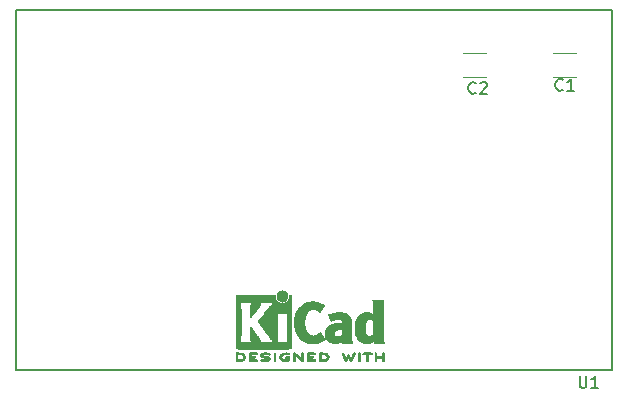
<source format=gbr>
G04 #@! TF.FileFunction,Legend,Top*
%FSLAX46Y46*%
G04 Gerber Fmt 4.6, Leading zero omitted, Abs format (unit mm)*
G04 Created by KiCad (PCBNEW 4.0.0-rc1-stable) date 09/08/2017 17:43:47*
%MOMM*%
G01*
G04 APERTURE LIST*
%ADD10C,0.076200*%
%ADD11C,0.120000*%
%ADD12C,0.150000*%
%ADD13C,0.010000*%
G04 APERTURE END LIST*
D10*
D11*
X194326000Y-76204000D02*
X196326000Y-76204000D01*
X196326000Y-74164000D02*
X194326000Y-74164000D01*
X188706000Y-74164000D02*
X186706000Y-74164000D01*
X186706000Y-76204000D02*
X188706000Y-76204000D01*
D12*
X148860000Y-70576000D02*
X148860000Y-101076000D01*
X148860000Y-101076000D02*
X199360000Y-101076000D01*
X199360000Y-101076000D02*
X199360000Y-70576000D01*
X199360000Y-70576000D02*
X148860000Y-70576000D01*
D13*
G36*
X167614629Y-99551066D02*
X167654111Y-99551467D01*
X167769800Y-99554259D01*
X167866689Y-99562550D01*
X167948081Y-99577232D01*
X168017277Y-99599193D01*
X168077580Y-99629322D01*
X168132292Y-99668510D01*
X168151833Y-99685532D01*
X168184250Y-99725363D01*
X168213480Y-99779413D01*
X168236009Y-99839323D01*
X168248321Y-99896739D01*
X168249600Y-99917956D01*
X168241583Y-99976769D01*
X168220101Y-100041013D01*
X168189001Y-100101821D01*
X168152134Y-100150330D01*
X168146146Y-100156182D01*
X168095421Y-100197321D01*
X168039875Y-100229435D01*
X167976304Y-100253365D01*
X167901506Y-100269953D01*
X167812278Y-100280041D01*
X167705418Y-100284469D01*
X167656472Y-100284845D01*
X167594238Y-100284545D01*
X167550472Y-100283292D01*
X167521069Y-100280554D01*
X167501921Y-100275801D01*
X167488923Y-100268501D01*
X167481955Y-100262267D01*
X167475374Y-100254694D01*
X167470212Y-100244924D01*
X167466297Y-100230340D01*
X167463457Y-100208326D01*
X167461520Y-100176264D01*
X167460316Y-100131536D01*
X167459672Y-100071526D01*
X167459417Y-99993617D01*
X167459378Y-99917956D01*
X167459130Y-99817041D01*
X167459183Y-99736427D01*
X167460143Y-99697822D01*
X167606133Y-99697822D01*
X167606133Y-100138089D01*
X167699266Y-100138004D01*
X167755307Y-100136396D01*
X167814001Y-100132256D01*
X167862972Y-100126464D01*
X167864462Y-100126226D01*
X167943608Y-100107090D01*
X168004998Y-100077287D01*
X168051695Y-100034878D01*
X168081365Y-99988961D01*
X168099647Y-99938026D01*
X168098229Y-99890200D01*
X168077012Y-99838933D01*
X168035511Y-99785899D01*
X167978002Y-99746600D01*
X167903250Y-99720331D01*
X167853292Y-99711035D01*
X167796584Y-99704507D01*
X167736481Y-99699782D01*
X167685361Y-99697817D01*
X167682333Y-99697808D01*
X167606133Y-99697822D01*
X167460143Y-99697822D01*
X167460740Y-99673851D01*
X167465002Y-99627055D01*
X167473170Y-99593778D01*
X167486444Y-99571759D01*
X167506026Y-99558739D01*
X167533117Y-99552457D01*
X167568918Y-99550653D01*
X167614629Y-99551066D01*
X167614629Y-99551066D01*
G37*
X167614629Y-99551066D02*
X167654111Y-99551467D01*
X167769800Y-99554259D01*
X167866689Y-99562550D01*
X167948081Y-99577232D01*
X168017277Y-99599193D01*
X168077580Y-99629322D01*
X168132292Y-99668510D01*
X168151833Y-99685532D01*
X168184250Y-99725363D01*
X168213480Y-99779413D01*
X168236009Y-99839323D01*
X168248321Y-99896739D01*
X168249600Y-99917956D01*
X168241583Y-99976769D01*
X168220101Y-100041013D01*
X168189001Y-100101821D01*
X168152134Y-100150330D01*
X168146146Y-100156182D01*
X168095421Y-100197321D01*
X168039875Y-100229435D01*
X167976304Y-100253365D01*
X167901506Y-100269953D01*
X167812278Y-100280041D01*
X167705418Y-100284469D01*
X167656472Y-100284845D01*
X167594238Y-100284545D01*
X167550472Y-100283292D01*
X167521069Y-100280554D01*
X167501921Y-100275801D01*
X167488923Y-100268501D01*
X167481955Y-100262267D01*
X167475374Y-100254694D01*
X167470212Y-100244924D01*
X167466297Y-100230340D01*
X167463457Y-100208326D01*
X167461520Y-100176264D01*
X167460316Y-100131536D01*
X167459672Y-100071526D01*
X167459417Y-99993617D01*
X167459378Y-99917956D01*
X167459130Y-99817041D01*
X167459183Y-99736427D01*
X167460143Y-99697822D01*
X167606133Y-99697822D01*
X167606133Y-100138089D01*
X167699266Y-100138004D01*
X167755307Y-100136396D01*
X167814001Y-100132256D01*
X167862972Y-100126464D01*
X167864462Y-100126226D01*
X167943608Y-100107090D01*
X168004998Y-100077287D01*
X168051695Y-100034878D01*
X168081365Y-99988961D01*
X168099647Y-99938026D01*
X168098229Y-99890200D01*
X168077012Y-99838933D01*
X168035511Y-99785899D01*
X167978002Y-99746600D01*
X167903250Y-99720331D01*
X167853292Y-99711035D01*
X167796584Y-99704507D01*
X167736481Y-99699782D01*
X167685361Y-99697817D01*
X167682333Y-99697808D01*
X167606133Y-99697822D01*
X167460143Y-99697822D01*
X167460740Y-99673851D01*
X167465002Y-99627055D01*
X167473170Y-99593778D01*
X167486444Y-99571759D01*
X167506026Y-99558739D01*
X167533117Y-99552457D01*
X167568918Y-99550653D01*
X167614629Y-99551066D01*
G36*
X169023206Y-99551146D02*
X169092614Y-99551518D01*
X169145003Y-99552385D01*
X169183153Y-99553946D01*
X169209841Y-99556403D01*
X169227847Y-99559957D01*
X169239951Y-99564810D01*
X169248931Y-99571161D01*
X169252182Y-99574084D01*
X169271957Y-99605142D01*
X169275518Y-99640828D01*
X169262509Y-99672510D01*
X169256494Y-99678913D01*
X169246765Y-99685121D01*
X169231099Y-99689910D01*
X169206592Y-99693514D01*
X169170339Y-99696164D01*
X169119435Y-99698095D01*
X169050974Y-99699539D01*
X168988383Y-99700418D01*
X168740666Y-99703467D01*
X168737281Y-99768378D01*
X168733895Y-99833289D01*
X168902042Y-99833289D01*
X168975041Y-99833919D01*
X169028483Y-99836553D01*
X169065372Y-99842309D01*
X169088712Y-99852304D01*
X169101506Y-99867656D01*
X169106758Y-99889482D01*
X169107555Y-99909738D01*
X169105077Y-99934592D01*
X169095723Y-99952906D01*
X169076617Y-99965637D01*
X169044882Y-99973741D01*
X168997641Y-99978176D01*
X168932017Y-99979899D01*
X168896199Y-99980045D01*
X168735022Y-99980045D01*
X168735022Y-100138089D01*
X168983378Y-100138089D01*
X169064787Y-100138202D01*
X169126658Y-100138712D01*
X169172032Y-100139870D01*
X169203946Y-100141930D01*
X169225441Y-100145146D01*
X169239557Y-100149772D01*
X169249332Y-100156059D01*
X169254311Y-100160667D01*
X169271390Y-100187560D01*
X169276889Y-100211467D01*
X169269037Y-100240667D01*
X169254311Y-100262267D01*
X169246454Y-100269066D01*
X169236312Y-100274346D01*
X169221156Y-100278298D01*
X169198259Y-100281113D01*
X169164891Y-100282982D01*
X169118325Y-100284098D01*
X169055833Y-100284651D01*
X168974686Y-100284833D01*
X168932578Y-100284845D01*
X168842402Y-100284765D01*
X168772076Y-100284398D01*
X168718871Y-100283552D01*
X168680060Y-100282036D01*
X168652913Y-100279659D01*
X168634702Y-100276229D01*
X168622700Y-100271554D01*
X168614178Y-100265444D01*
X168610844Y-100262267D01*
X168604245Y-100254670D01*
X168599073Y-100244870D01*
X168595154Y-100230239D01*
X168592316Y-100208152D01*
X168590385Y-100175982D01*
X168589188Y-100131103D01*
X168588552Y-100070889D01*
X168588303Y-99992713D01*
X168588266Y-99919923D01*
X168588300Y-99826707D01*
X168588535Y-99753431D01*
X168589170Y-99697458D01*
X168590406Y-99656151D01*
X168592444Y-99626872D01*
X168595483Y-99606984D01*
X168599723Y-99593850D01*
X168605365Y-99584832D01*
X168612609Y-99577293D01*
X168614394Y-99575612D01*
X168623055Y-99568172D01*
X168633118Y-99562409D01*
X168647375Y-99558112D01*
X168668617Y-99555064D01*
X168699636Y-99553051D01*
X168743223Y-99551860D01*
X168802169Y-99551275D01*
X168879266Y-99551083D01*
X168933999Y-99551067D01*
X169023206Y-99551146D01*
X169023206Y-99551146D01*
G37*
X169023206Y-99551146D02*
X169092614Y-99551518D01*
X169145003Y-99552385D01*
X169183153Y-99553946D01*
X169209841Y-99556403D01*
X169227847Y-99559957D01*
X169239951Y-99564810D01*
X169248931Y-99571161D01*
X169252182Y-99574084D01*
X169271957Y-99605142D01*
X169275518Y-99640828D01*
X169262509Y-99672510D01*
X169256494Y-99678913D01*
X169246765Y-99685121D01*
X169231099Y-99689910D01*
X169206592Y-99693514D01*
X169170339Y-99696164D01*
X169119435Y-99698095D01*
X169050974Y-99699539D01*
X168988383Y-99700418D01*
X168740666Y-99703467D01*
X168737281Y-99768378D01*
X168733895Y-99833289D01*
X168902042Y-99833289D01*
X168975041Y-99833919D01*
X169028483Y-99836553D01*
X169065372Y-99842309D01*
X169088712Y-99852304D01*
X169101506Y-99867656D01*
X169106758Y-99889482D01*
X169107555Y-99909738D01*
X169105077Y-99934592D01*
X169095723Y-99952906D01*
X169076617Y-99965637D01*
X169044882Y-99973741D01*
X168997641Y-99978176D01*
X168932017Y-99979899D01*
X168896199Y-99980045D01*
X168735022Y-99980045D01*
X168735022Y-100138089D01*
X168983378Y-100138089D01*
X169064787Y-100138202D01*
X169126658Y-100138712D01*
X169172032Y-100139870D01*
X169203946Y-100141930D01*
X169225441Y-100145146D01*
X169239557Y-100149772D01*
X169249332Y-100156059D01*
X169254311Y-100160667D01*
X169271390Y-100187560D01*
X169276889Y-100211467D01*
X169269037Y-100240667D01*
X169254311Y-100262267D01*
X169246454Y-100269066D01*
X169236312Y-100274346D01*
X169221156Y-100278298D01*
X169198259Y-100281113D01*
X169164891Y-100282982D01*
X169118325Y-100284098D01*
X169055833Y-100284651D01*
X168974686Y-100284833D01*
X168932578Y-100284845D01*
X168842402Y-100284765D01*
X168772076Y-100284398D01*
X168718871Y-100283552D01*
X168680060Y-100282036D01*
X168652913Y-100279659D01*
X168634702Y-100276229D01*
X168622700Y-100271554D01*
X168614178Y-100265444D01*
X168610844Y-100262267D01*
X168604245Y-100254670D01*
X168599073Y-100244870D01*
X168595154Y-100230239D01*
X168592316Y-100208152D01*
X168590385Y-100175982D01*
X168589188Y-100131103D01*
X168588552Y-100070889D01*
X168588303Y-99992713D01*
X168588266Y-99919923D01*
X168588300Y-99826707D01*
X168588535Y-99753431D01*
X168589170Y-99697458D01*
X168590406Y-99656151D01*
X168592444Y-99626872D01*
X168595483Y-99606984D01*
X168599723Y-99593850D01*
X168605365Y-99584832D01*
X168612609Y-99577293D01*
X168614394Y-99575612D01*
X168623055Y-99568172D01*
X168633118Y-99562409D01*
X168647375Y-99558112D01*
X168668617Y-99555064D01*
X168699636Y-99553051D01*
X168743223Y-99551860D01*
X168802169Y-99551275D01*
X168879266Y-99551083D01*
X168933999Y-99551067D01*
X169023206Y-99551146D01*
G36*
X170044297Y-99552351D02*
X170119112Y-99557581D01*
X170188694Y-99565750D01*
X170248998Y-99576550D01*
X170295980Y-99589673D01*
X170325594Y-99604813D01*
X170330140Y-99609269D01*
X170345946Y-99643850D01*
X170341153Y-99679351D01*
X170316636Y-99709725D01*
X170315466Y-99710596D01*
X170301046Y-99719954D01*
X170285992Y-99724876D01*
X170264995Y-99725473D01*
X170232743Y-99721861D01*
X170183927Y-99714154D01*
X170180000Y-99713505D01*
X170107261Y-99704569D01*
X170028783Y-99700161D01*
X169950073Y-99700119D01*
X169876639Y-99704279D01*
X169813989Y-99712479D01*
X169767630Y-99724557D01*
X169764584Y-99725771D01*
X169730952Y-99744615D01*
X169719136Y-99763685D01*
X169728386Y-99782439D01*
X169757953Y-99800337D01*
X169807089Y-99816837D01*
X169875043Y-99831396D01*
X169920355Y-99838406D01*
X170014544Y-99851889D01*
X170089456Y-99864214D01*
X170148283Y-99876449D01*
X170194215Y-99889661D01*
X170230445Y-99904917D01*
X170260162Y-99923285D01*
X170286558Y-99945831D01*
X170307770Y-99967971D01*
X170332935Y-99998819D01*
X170345319Y-100025345D01*
X170349192Y-100058026D01*
X170349333Y-100069995D01*
X170346424Y-100109712D01*
X170334798Y-100139259D01*
X170314677Y-100165486D01*
X170273784Y-100205576D01*
X170228183Y-100236149D01*
X170174487Y-100258203D01*
X170109308Y-100272735D01*
X170029256Y-100280741D01*
X169930943Y-100283218D01*
X169914711Y-100283177D01*
X169849151Y-100281818D01*
X169784134Y-100278730D01*
X169726748Y-100274356D01*
X169684078Y-100269140D01*
X169680628Y-100268541D01*
X169638204Y-100258491D01*
X169602220Y-100245796D01*
X169581850Y-100234190D01*
X169562893Y-100203572D01*
X169561573Y-100167918D01*
X169577915Y-100136144D01*
X169581571Y-100132551D01*
X169596685Y-100121876D01*
X169615585Y-100117276D01*
X169644838Y-100118059D01*
X169680349Y-100122127D01*
X169720030Y-100125762D01*
X169775655Y-100128828D01*
X169840594Y-100131053D01*
X169908215Y-100132164D01*
X169926000Y-100132237D01*
X169993872Y-100131964D01*
X170043546Y-100130646D01*
X170079390Y-100127827D01*
X170105776Y-100123050D01*
X170127074Y-100115857D01*
X170139874Y-100109867D01*
X170168000Y-100093233D01*
X170185932Y-100078168D01*
X170188553Y-100073897D01*
X170183024Y-100056263D01*
X170156740Y-100039192D01*
X170111522Y-100023458D01*
X170049192Y-100009838D01*
X170030829Y-100006804D01*
X169934910Y-99991738D01*
X169858359Y-99979146D01*
X169798220Y-99968111D01*
X169751540Y-99957720D01*
X169715363Y-99947056D01*
X169686735Y-99935205D01*
X169662702Y-99921251D01*
X169640308Y-99904281D01*
X169616598Y-99883378D01*
X169608620Y-99876049D01*
X169580647Y-99848699D01*
X169565840Y-99827029D01*
X169560048Y-99802232D01*
X169559111Y-99770983D01*
X169569425Y-99709705D01*
X169600248Y-99657640D01*
X169651405Y-99614958D01*
X169722717Y-99581825D01*
X169773600Y-99566964D01*
X169828900Y-99557366D01*
X169895147Y-99551936D01*
X169968294Y-99550367D01*
X170044297Y-99552351D01*
X170044297Y-99552351D01*
G37*
X170044297Y-99552351D02*
X170119112Y-99557581D01*
X170188694Y-99565750D01*
X170248998Y-99576550D01*
X170295980Y-99589673D01*
X170325594Y-99604813D01*
X170330140Y-99609269D01*
X170345946Y-99643850D01*
X170341153Y-99679351D01*
X170316636Y-99709725D01*
X170315466Y-99710596D01*
X170301046Y-99719954D01*
X170285992Y-99724876D01*
X170264995Y-99725473D01*
X170232743Y-99721861D01*
X170183927Y-99714154D01*
X170180000Y-99713505D01*
X170107261Y-99704569D01*
X170028783Y-99700161D01*
X169950073Y-99700119D01*
X169876639Y-99704279D01*
X169813989Y-99712479D01*
X169767630Y-99724557D01*
X169764584Y-99725771D01*
X169730952Y-99744615D01*
X169719136Y-99763685D01*
X169728386Y-99782439D01*
X169757953Y-99800337D01*
X169807089Y-99816837D01*
X169875043Y-99831396D01*
X169920355Y-99838406D01*
X170014544Y-99851889D01*
X170089456Y-99864214D01*
X170148283Y-99876449D01*
X170194215Y-99889661D01*
X170230445Y-99904917D01*
X170260162Y-99923285D01*
X170286558Y-99945831D01*
X170307770Y-99967971D01*
X170332935Y-99998819D01*
X170345319Y-100025345D01*
X170349192Y-100058026D01*
X170349333Y-100069995D01*
X170346424Y-100109712D01*
X170334798Y-100139259D01*
X170314677Y-100165486D01*
X170273784Y-100205576D01*
X170228183Y-100236149D01*
X170174487Y-100258203D01*
X170109308Y-100272735D01*
X170029256Y-100280741D01*
X169930943Y-100283218D01*
X169914711Y-100283177D01*
X169849151Y-100281818D01*
X169784134Y-100278730D01*
X169726748Y-100274356D01*
X169684078Y-100269140D01*
X169680628Y-100268541D01*
X169638204Y-100258491D01*
X169602220Y-100245796D01*
X169581850Y-100234190D01*
X169562893Y-100203572D01*
X169561573Y-100167918D01*
X169577915Y-100136144D01*
X169581571Y-100132551D01*
X169596685Y-100121876D01*
X169615585Y-100117276D01*
X169644838Y-100118059D01*
X169680349Y-100122127D01*
X169720030Y-100125762D01*
X169775655Y-100128828D01*
X169840594Y-100131053D01*
X169908215Y-100132164D01*
X169926000Y-100132237D01*
X169993872Y-100131964D01*
X170043546Y-100130646D01*
X170079390Y-100127827D01*
X170105776Y-100123050D01*
X170127074Y-100115857D01*
X170139874Y-100109867D01*
X170168000Y-100093233D01*
X170185932Y-100078168D01*
X170188553Y-100073897D01*
X170183024Y-100056263D01*
X170156740Y-100039192D01*
X170111522Y-100023458D01*
X170049192Y-100009838D01*
X170030829Y-100006804D01*
X169934910Y-99991738D01*
X169858359Y-99979146D01*
X169798220Y-99968111D01*
X169751540Y-99957720D01*
X169715363Y-99947056D01*
X169686735Y-99935205D01*
X169662702Y-99921251D01*
X169640308Y-99904281D01*
X169616598Y-99883378D01*
X169608620Y-99876049D01*
X169580647Y-99848699D01*
X169565840Y-99827029D01*
X169560048Y-99802232D01*
X169559111Y-99770983D01*
X169569425Y-99709705D01*
X169600248Y-99657640D01*
X169651405Y-99614958D01*
X169722717Y-99581825D01*
X169773600Y-99566964D01*
X169828900Y-99557366D01*
X169895147Y-99551936D01*
X169968294Y-99550367D01*
X170044297Y-99552351D01*
G36*
X170812178Y-99573645D02*
X170818758Y-99581218D01*
X170823921Y-99590987D01*
X170827836Y-99605571D01*
X170830676Y-99627585D01*
X170832613Y-99659648D01*
X170833817Y-99704375D01*
X170834461Y-99764385D01*
X170834716Y-99842294D01*
X170834755Y-99917956D01*
X170834686Y-100011802D01*
X170834362Y-100085689D01*
X170833614Y-100142232D01*
X170832268Y-100184049D01*
X170830154Y-100213757D01*
X170827100Y-100233973D01*
X170822934Y-100247314D01*
X170817484Y-100256398D01*
X170812178Y-100262267D01*
X170779174Y-100281947D01*
X170744009Y-100280181D01*
X170712545Y-100258717D01*
X170705316Y-100250337D01*
X170699666Y-100240614D01*
X170695401Y-100226861D01*
X170692327Y-100206389D01*
X170690248Y-100176512D01*
X170688970Y-100134541D01*
X170688299Y-100077789D01*
X170688041Y-100003567D01*
X170688000Y-99919537D01*
X170688000Y-99606485D01*
X170715709Y-99578776D01*
X170749863Y-99555463D01*
X170782994Y-99554623D01*
X170812178Y-99573645D01*
X170812178Y-99573645D01*
G37*
X170812178Y-99573645D02*
X170818758Y-99581218D01*
X170823921Y-99590987D01*
X170827836Y-99605571D01*
X170830676Y-99627585D01*
X170832613Y-99659648D01*
X170833817Y-99704375D01*
X170834461Y-99764385D01*
X170834716Y-99842294D01*
X170834755Y-99917956D01*
X170834686Y-100011802D01*
X170834362Y-100085689D01*
X170833614Y-100142232D01*
X170832268Y-100184049D01*
X170830154Y-100213757D01*
X170827100Y-100233973D01*
X170822934Y-100247314D01*
X170817484Y-100256398D01*
X170812178Y-100262267D01*
X170779174Y-100281947D01*
X170744009Y-100280181D01*
X170712545Y-100258717D01*
X170705316Y-100250337D01*
X170699666Y-100240614D01*
X170695401Y-100226861D01*
X170692327Y-100206389D01*
X170690248Y-100176512D01*
X170688970Y-100134541D01*
X170688299Y-100077789D01*
X170688041Y-100003567D01*
X170688000Y-99919537D01*
X170688000Y-99606485D01*
X170715709Y-99578776D01*
X170749863Y-99555463D01*
X170782994Y-99554623D01*
X170812178Y-99573645D01*
G36*
X171785919Y-99556599D02*
X171854435Y-99568095D01*
X171907057Y-99585967D01*
X171941292Y-99609499D01*
X171950621Y-99622924D01*
X171960107Y-99654148D01*
X171953723Y-99682395D01*
X171933570Y-99709182D01*
X171902255Y-99721713D01*
X171856817Y-99720696D01*
X171821674Y-99713906D01*
X171743581Y-99700971D01*
X171663774Y-99699742D01*
X171574445Y-99710241D01*
X171549771Y-99714690D01*
X171466709Y-99738108D01*
X171401727Y-99772945D01*
X171355539Y-99818604D01*
X171328855Y-99874494D01*
X171323337Y-99903388D01*
X171326949Y-99962012D01*
X171350271Y-100013879D01*
X171391176Y-100057978D01*
X171447541Y-100093299D01*
X171517240Y-100118829D01*
X171598148Y-100133559D01*
X171688140Y-100136478D01*
X171785090Y-100126575D01*
X171790564Y-100125641D01*
X171829125Y-100118459D01*
X171850506Y-100111521D01*
X171859773Y-100101227D01*
X171861994Y-100083976D01*
X171862044Y-100074841D01*
X171862044Y-100036489D01*
X171793569Y-100036489D01*
X171733100Y-100032347D01*
X171691835Y-100019147D01*
X171667825Y-99995730D01*
X171659123Y-99960936D01*
X171659017Y-99956394D01*
X171664108Y-99926654D01*
X171681567Y-99905419D01*
X171714061Y-99891366D01*
X171764257Y-99883173D01*
X171812877Y-99880161D01*
X171883544Y-99878433D01*
X171934802Y-99881070D01*
X171969761Y-99890800D01*
X171991530Y-99910353D01*
X172003220Y-99942456D01*
X172007940Y-99989838D01*
X172008800Y-100052071D01*
X172007391Y-100121535D01*
X172003152Y-100168786D01*
X171996064Y-100194012D01*
X171994689Y-100195988D01*
X171955772Y-100227508D01*
X171898714Y-100252470D01*
X171827131Y-100270340D01*
X171744642Y-100280586D01*
X171654861Y-100282673D01*
X171561408Y-100276068D01*
X171506444Y-100267956D01*
X171420234Y-100243554D01*
X171340108Y-100203662D01*
X171273023Y-100151887D01*
X171262827Y-100141539D01*
X171229698Y-100098035D01*
X171199806Y-100044118D01*
X171176643Y-99987592D01*
X171163702Y-99936259D01*
X171162142Y-99916544D01*
X171168782Y-99875419D01*
X171186432Y-99824252D01*
X171211703Y-99770394D01*
X171241211Y-99721195D01*
X171267281Y-99688334D01*
X171328235Y-99639452D01*
X171407031Y-99600545D01*
X171500843Y-99572494D01*
X171606850Y-99556179D01*
X171704000Y-99552192D01*
X171785919Y-99556599D01*
X171785919Y-99556599D01*
G37*
X171785919Y-99556599D02*
X171854435Y-99568095D01*
X171907057Y-99585967D01*
X171941292Y-99609499D01*
X171950621Y-99622924D01*
X171960107Y-99654148D01*
X171953723Y-99682395D01*
X171933570Y-99709182D01*
X171902255Y-99721713D01*
X171856817Y-99720696D01*
X171821674Y-99713906D01*
X171743581Y-99700971D01*
X171663774Y-99699742D01*
X171574445Y-99710241D01*
X171549771Y-99714690D01*
X171466709Y-99738108D01*
X171401727Y-99772945D01*
X171355539Y-99818604D01*
X171328855Y-99874494D01*
X171323337Y-99903388D01*
X171326949Y-99962012D01*
X171350271Y-100013879D01*
X171391176Y-100057978D01*
X171447541Y-100093299D01*
X171517240Y-100118829D01*
X171598148Y-100133559D01*
X171688140Y-100136478D01*
X171785090Y-100126575D01*
X171790564Y-100125641D01*
X171829125Y-100118459D01*
X171850506Y-100111521D01*
X171859773Y-100101227D01*
X171861994Y-100083976D01*
X171862044Y-100074841D01*
X171862044Y-100036489D01*
X171793569Y-100036489D01*
X171733100Y-100032347D01*
X171691835Y-100019147D01*
X171667825Y-99995730D01*
X171659123Y-99960936D01*
X171659017Y-99956394D01*
X171664108Y-99926654D01*
X171681567Y-99905419D01*
X171714061Y-99891366D01*
X171764257Y-99883173D01*
X171812877Y-99880161D01*
X171883544Y-99878433D01*
X171934802Y-99881070D01*
X171969761Y-99890800D01*
X171991530Y-99910353D01*
X172003220Y-99942456D01*
X172007940Y-99989838D01*
X172008800Y-100052071D01*
X172007391Y-100121535D01*
X172003152Y-100168786D01*
X171996064Y-100194012D01*
X171994689Y-100195988D01*
X171955772Y-100227508D01*
X171898714Y-100252470D01*
X171827131Y-100270340D01*
X171744642Y-100280586D01*
X171654861Y-100282673D01*
X171561408Y-100276068D01*
X171506444Y-100267956D01*
X171420234Y-100243554D01*
X171340108Y-100203662D01*
X171273023Y-100151887D01*
X171262827Y-100141539D01*
X171229698Y-100098035D01*
X171199806Y-100044118D01*
X171176643Y-99987592D01*
X171163702Y-99936259D01*
X171162142Y-99916544D01*
X171168782Y-99875419D01*
X171186432Y-99824252D01*
X171211703Y-99770394D01*
X171241211Y-99721195D01*
X171267281Y-99688334D01*
X171328235Y-99639452D01*
X171407031Y-99600545D01*
X171500843Y-99572494D01*
X171606850Y-99556179D01*
X171704000Y-99552192D01*
X171785919Y-99556599D01*
G36*
X172435886Y-99555448D02*
X172459452Y-99569273D01*
X172490265Y-99591881D01*
X172529922Y-99624338D01*
X172580020Y-99667708D01*
X172642157Y-99723058D01*
X172717928Y-99791451D01*
X172804666Y-99870084D01*
X172985289Y-100033878D01*
X172990933Y-99814029D01*
X172992971Y-99738351D01*
X172994937Y-99681994D01*
X172997266Y-99641706D01*
X173000394Y-99614235D01*
X173004755Y-99596329D01*
X173010784Y-99584737D01*
X173018916Y-99576208D01*
X173023228Y-99572623D01*
X173057759Y-99553670D01*
X173090617Y-99556441D01*
X173116682Y-99572633D01*
X173143333Y-99594199D01*
X173146648Y-99909151D01*
X173147565Y-100001779D01*
X173148032Y-100074544D01*
X173147887Y-100130161D01*
X173146968Y-100171342D01*
X173145113Y-100200803D01*
X173142161Y-100221255D01*
X173137950Y-100235413D01*
X173132318Y-100245991D01*
X173126073Y-100254474D01*
X173112561Y-100270207D01*
X173099117Y-100280636D01*
X173083876Y-100284639D01*
X173064974Y-100281094D01*
X173040545Y-100268879D01*
X173008727Y-100246871D01*
X172967652Y-100213949D01*
X172915458Y-100168991D01*
X172850278Y-100110875D01*
X172776444Y-100044099D01*
X172511155Y-99803458D01*
X172505511Y-100022589D01*
X172503469Y-100098128D01*
X172501498Y-100154354D01*
X172499161Y-100194524D01*
X172496019Y-100221896D01*
X172491636Y-100239728D01*
X172485576Y-100251279D01*
X172477400Y-100259807D01*
X172473216Y-100263282D01*
X172436235Y-100282372D01*
X172401292Y-100279493D01*
X172370864Y-100255100D01*
X172363903Y-100245286D01*
X172358477Y-100233826D01*
X172354397Y-100217968D01*
X172351471Y-100194963D01*
X172349508Y-100162062D01*
X172348317Y-100116516D01*
X172347708Y-100055573D01*
X172347489Y-99976486D01*
X172347466Y-99917956D01*
X172347540Y-99826407D01*
X172347887Y-99754687D01*
X172348699Y-99700045D01*
X172350167Y-99659732D01*
X172352481Y-99630998D01*
X172355833Y-99611093D01*
X172360412Y-99597268D01*
X172366411Y-99586772D01*
X172370864Y-99580811D01*
X172382150Y-99566691D01*
X172392699Y-99556029D01*
X172404107Y-99549892D01*
X172417970Y-99549343D01*
X172435886Y-99555448D01*
X172435886Y-99555448D01*
G37*
X172435886Y-99555448D02*
X172459452Y-99569273D01*
X172490265Y-99591881D01*
X172529922Y-99624338D01*
X172580020Y-99667708D01*
X172642157Y-99723058D01*
X172717928Y-99791451D01*
X172804666Y-99870084D01*
X172985289Y-100033878D01*
X172990933Y-99814029D01*
X172992971Y-99738351D01*
X172994937Y-99681994D01*
X172997266Y-99641706D01*
X173000394Y-99614235D01*
X173004755Y-99596329D01*
X173010784Y-99584737D01*
X173018916Y-99576208D01*
X173023228Y-99572623D01*
X173057759Y-99553670D01*
X173090617Y-99556441D01*
X173116682Y-99572633D01*
X173143333Y-99594199D01*
X173146648Y-99909151D01*
X173147565Y-100001779D01*
X173148032Y-100074544D01*
X173147887Y-100130161D01*
X173146968Y-100171342D01*
X173145113Y-100200803D01*
X173142161Y-100221255D01*
X173137950Y-100235413D01*
X173132318Y-100245991D01*
X173126073Y-100254474D01*
X173112561Y-100270207D01*
X173099117Y-100280636D01*
X173083876Y-100284639D01*
X173064974Y-100281094D01*
X173040545Y-100268879D01*
X173008727Y-100246871D01*
X172967652Y-100213949D01*
X172915458Y-100168991D01*
X172850278Y-100110875D01*
X172776444Y-100044099D01*
X172511155Y-99803458D01*
X172505511Y-100022589D01*
X172503469Y-100098128D01*
X172501498Y-100154354D01*
X172499161Y-100194524D01*
X172496019Y-100221896D01*
X172491636Y-100239728D01*
X172485576Y-100251279D01*
X172477400Y-100259807D01*
X172473216Y-100263282D01*
X172436235Y-100282372D01*
X172401292Y-100279493D01*
X172370864Y-100255100D01*
X172363903Y-100245286D01*
X172358477Y-100233826D01*
X172354397Y-100217968D01*
X172351471Y-100194963D01*
X172349508Y-100162062D01*
X172348317Y-100116516D01*
X172347708Y-100055573D01*
X172347489Y-99976486D01*
X172347466Y-99917956D01*
X172347540Y-99826407D01*
X172347887Y-99754687D01*
X172348699Y-99700045D01*
X172350167Y-99659732D01*
X172352481Y-99630998D01*
X172355833Y-99611093D01*
X172360412Y-99597268D01*
X172366411Y-99586772D01*
X172370864Y-99580811D01*
X172382150Y-99566691D01*
X172392699Y-99556029D01*
X172404107Y-99549892D01*
X172417970Y-99549343D01*
X172435886Y-99555448D01*
G36*
X173966343Y-99551260D02*
X174042701Y-99552174D01*
X174101217Y-99554311D01*
X174144255Y-99558175D01*
X174174183Y-99564267D01*
X174193368Y-99573090D01*
X174204176Y-99585146D01*
X174208973Y-99600939D01*
X174210127Y-99620970D01*
X174210133Y-99623335D01*
X174209131Y-99645992D01*
X174204396Y-99663503D01*
X174193333Y-99676574D01*
X174173348Y-99685913D01*
X174141846Y-99692227D01*
X174096232Y-99696222D01*
X174033913Y-99698606D01*
X173952293Y-99700086D01*
X173927277Y-99700414D01*
X173685200Y-99703467D01*
X173681814Y-99768378D01*
X173678429Y-99833289D01*
X173846576Y-99833289D01*
X173912266Y-99833531D01*
X173959172Y-99834556D01*
X173991083Y-99836811D01*
X174011791Y-99840742D01*
X174025084Y-99846798D01*
X174034755Y-99855424D01*
X174034817Y-99855493D01*
X174052356Y-99889112D01*
X174051722Y-99925448D01*
X174033314Y-99956423D01*
X174029671Y-99959607D01*
X174016741Y-99967812D01*
X173999024Y-99973521D01*
X173972570Y-99977162D01*
X173933432Y-99979167D01*
X173877662Y-99979964D01*
X173841994Y-99980045D01*
X173679555Y-99980045D01*
X173679555Y-100138089D01*
X173926161Y-100138089D01*
X174007580Y-100138231D01*
X174069410Y-100138814D01*
X174114637Y-100140068D01*
X174146248Y-100142227D01*
X174167231Y-100145523D01*
X174180573Y-100150189D01*
X174189261Y-100156457D01*
X174191450Y-100158733D01*
X174207614Y-100190280D01*
X174208797Y-100226168D01*
X174195536Y-100257285D01*
X174185043Y-100267271D01*
X174174129Y-100272769D01*
X174157217Y-100277022D01*
X174131633Y-100280180D01*
X174094701Y-100282392D01*
X174043746Y-100283806D01*
X173976094Y-100284572D01*
X173889069Y-100284838D01*
X173869394Y-100284845D01*
X173780911Y-100284787D01*
X173712227Y-100284467D01*
X173660564Y-100283667D01*
X173623145Y-100282167D01*
X173597190Y-100279749D01*
X173579922Y-100276194D01*
X173568562Y-100271282D01*
X173560332Y-100264795D01*
X173555817Y-100260138D01*
X173549021Y-100251889D01*
X173543712Y-100241669D01*
X173539706Y-100226800D01*
X173536821Y-100204602D01*
X173534874Y-100172393D01*
X173533681Y-100127496D01*
X173533061Y-100067228D01*
X173532829Y-99988911D01*
X173532800Y-99922994D01*
X173532871Y-99830628D01*
X173533208Y-99758117D01*
X173533998Y-99702737D01*
X173535426Y-99661765D01*
X173537679Y-99632478D01*
X173540943Y-99612153D01*
X173545404Y-99598066D01*
X173551248Y-99587495D01*
X173556197Y-99580811D01*
X173579594Y-99551067D01*
X173869774Y-99551067D01*
X173966343Y-99551260D01*
X173966343Y-99551260D01*
G37*
X173966343Y-99551260D02*
X174042701Y-99552174D01*
X174101217Y-99554311D01*
X174144255Y-99558175D01*
X174174183Y-99564267D01*
X174193368Y-99573090D01*
X174204176Y-99585146D01*
X174208973Y-99600939D01*
X174210127Y-99620970D01*
X174210133Y-99623335D01*
X174209131Y-99645992D01*
X174204396Y-99663503D01*
X174193333Y-99676574D01*
X174173348Y-99685913D01*
X174141846Y-99692227D01*
X174096232Y-99696222D01*
X174033913Y-99698606D01*
X173952293Y-99700086D01*
X173927277Y-99700414D01*
X173685200Y-99703467D01*
X173681814Y-99768378D01*
X173678429Y-99833289D01*
X173846576Y-99833289D01*
X173912266Y-99833531D01*
X173959172Y-99834556D01*
X173991083Y-99836811D01*
X174011791Y-99840742D01*
X174025084Y-99846798D01*
X174034755Y-99855424D01*
X174034817Y-99855493D01*
X174052356Y-99889112D01*
X174051722Y-99925448D01*
X174033314Y-99956423D01*
X174029671Y-99959607D01*
X174016741Y-99967812D01*
X173999024Y-99973521D01*
X173972570Y-99977162D01*
X173933432Y-99979167D01*
X173877662Y-99979964D01*
X173841994Y-99980045D01*
X173679555Y-99980045D01*
X173679555Y-100138089D01*
X173926161Y-100138089D01*
X174007580Y-100138231D01*
X174069410Y-100138814D01*
X174114637Y-100140068D01*
X174146248Y-100142227D01*
X174167231Y-100145523D01*
X174180573Y-100150189D01*
X174189261Y-100156457D01*
X174191450Y-100158733D01*
X174207614Y-100190280D01*
X174208797Y-100226168D01*
X174195536Y-100257285D01*
X174185043Y-100267271D01*
X174174129Y-100272769D01*
X174157217Y-100277022D01*
X174131633Y-100280180D01*
X174094701Y-100282392D01*
X174043746Y-100283806D01*
X173976094Y-100284572D01*
X173889069Y-100284838D01*
X173869394Y-100284845D01*
X173780911Y-100284787D01*
X173712227Y-100284467D01*
X173660564Y-100283667D01*
X173623145Y-100282167D01*
X173597190Y-100279749D01*
X173579922Y-100276194D01*
X173568562Y-100271282D01*
X173560332Y-100264795D01*
X173555817Y-100260138D01*
X173549021Y-100251889D01*
X173543712Y-100241669D01*
X173539706Y-100226800D01*
X173536821Y-100204602D01*
X173534874Y-100172393D01*
X173533681Y-100127496D01*
X173533061Y-100067228D01*
X173532829Y-99988911D01*
X173532800Y-99922994D01*
X173532871Y-99830628D01*
X173533208Y-99758117D01*
X173533998Y-99702737D01*
X173535426Y-99661765D01*
X173537679Y-99632478D01*
X173540943Y-99612153D01*
X173545404Y-99598066D01*
X173551248Y-99587495D01*
X173556197Y-99580811D01*
X173579594Y-99551067D01*
X173869774Y-99551067D01*
X173966343Y-99551260D01*
G36*
X174754309Y-99551275D02*
X174883288Y-99555636D01*
X174992991Y-99568861D01*
X175085226Y-99591741D01*
X175161802Y-99625070D01*
X175224527Y-99669638D01*
X175275212Y-99726236D01*
X175315663Y-99795658D01*
X175316459Y-99797351D01*
X175340601Y-99859483D01*
X175349203Y-99914509D01*
X175342231Y-99969887D01*
X175319654Y-100033073D01*
X175315372Y-100042689D01*
X175286172Y-100098966D01*
X175253356Y-100142451D01*
X175211002Y-100179417D01*
X175153190Y-100216135D01*
X175149831Y-100218052D01*
X175099504Y-100242227D01*
X175042621Y-100260282D01*
X174975527Y-100272839D01*
X174894565Y-100280522D01*
X174796082Y-100283953D01*
X174761286Y-100284251D01*
X174595594Y-100284845D01*
X174572197Y-100255100D01*
X174565257Y-100245319D01*
X174559842Y-100233897D01*
X174555765Y-100218095D01*
X174552837Y-100195175D01*
X174550867Y-100162396D01*
X174550225Y-100138089D01*
X174706844Y-100138089D01*
X174800726Y-100138089D01*
X174855664Y-100136483D01*
X174912060Y-100132255D01*
X174958345Y-100126292D01*
X174961139Y-100125790D01*
X175043348Y-100103736D01*
X175107114Y-100070600D01*
X175154452Y-100024847D01*
X175187382Y-99964939D01*
X175193108Y-99949061D01*
X175198721Y-99924333D01*
X175196291Y-99899902D01*
X175184467Y-99867400D01*
X175177340Y-99851434D01*
X175154000Y-99809006D01*
X175125880Y-99779240D01*
X175094940Y-99758511D01*
X175032966Y-99731537D01*
X174953651Y-99711998D01*
X174861253Y-99700746D01*
X174794333Y-99698270D01*
X174706844Y-99697822D01*
X174706844Y-100138089D01*
X174550225Y-100138089D01*
X174549668Y-100117021D01*
X174549050Y-100056311D01*
X174548825Y-99977526D01*
X174548800Y-99915920D01*
X174548800Y-99606485D01*
X174576509Y-99578776D01*
X174588806Y-99567544D01*
X174602103Y-99559853D01*
X174620672Y-99555040D01*
X174648786Y-99552446D01*
X174690717Y-99551410D01*
X174750737Y-99551270D01*
X174754309Y-99551275D01*
X174754309Y-99551275D01*
G37*
X174754309Y-99551275D02*
X174883288Y-99555636D01*
X174992991Y-99568861D01*
X175085226Y-99591741D01*
X175161802Y-99625070D01*
X175224527Y-99669638D01*
X175275212Y-99726236D01*
X175315663Y-99795658D01*
X175316459Y-99797351D01*
X175340601Y-99859483D01*
X175349203Y-99914509D01*
X175342231Y-99969887D01*
X175319654Y-100033073D01*
X175315372Y-100042689D01*
X175286172Y-100098966D01*
X175253356Y-100142451D01*
X175211002Y-100179417D01*
X175153190Y-100216135D01*
X175149831Y-100218052D01*
X175099504Y-100242227D01*
X175042621Y-100260282D01*
X174975527Y-100272839D01*
X174894565Y-100280522D01*
X174796082Y-100283953D01*
X174761286Y-100284251D01*
X174595594Y-100284845D01*
X174572197Y-100255100D01*
X174565257Y-100245319D01*
X174559842Y-100233897D01*
X174555765Y-100218095D01*
X174552837Y-100195175D01*
X174550867Y-100162396D01*
X174550225Y-100138089D01*
X174706844Y-100138089D01*
X174800726Y-100138089D01*
X174855664Y-100136483D01*
X174912060Y-100132255D01*
X174958345Y-100126292D01*
X174961139Y-100125790D01*
X175043348Y-100103736D01*
X175107114Y-100070600D01*
X175154452Y-100024847D01*
X175187382Y-99964939D01*
X175193108Y-99949061D01*
X175198721Y-99924333D01*
X175196291Y-99899902D01*
X175184467Y-99867400D01*
X175177340Y-99851434D01*
X175154000Y-99809006D01*
X175125880Y-99779240D01*
X175094940Y-99758511D01*
X175032966Y-99731537D01*
X174953651Y-99711998D01*
X174861253Y-99700746D01*
X174794333Y-99698270D01*
X174706844Y-99697822D01*
X174706844Y-100138089D01*
X174550225Y-100138089D01*
X174549668Y-100117021D01*
X174549050Y-100056311D01*
X174548825Y-99977526D01*
X174548800Y-99915920D01*
X174548800Y-99606485D01*
X174576509Y-99578776D01*
X174588806Y-99567544D01*
X174602103Y-99559853D01*
X174620672Y-99555040D01*
X174648786Y-99552446D01*
X174690717Y-99551410D01*
X174750737Y-99551270D01*
X174754309Y-99551275D01*
G36*
X177480665Y-99553034D02*
X177500255Y-99560035D01*
X177501010Y-99560377D01*
X177527613Y-99580678D01*
X177542270Y-99601561D01*
X177545138Y-99611352D01*
X177544996Y-99624361D01*
X177540961Y-99642895D01*
X177532146Y-99669257D01*
X177517669Y-99705752D01*
X177496645Y-99754687D01*
X177468188Y-99818365D01*
X177431415Y-99899093D01*
X177411175Y-99943216D01*
X177374625Y-100021985D01*
X177340315Y-100094423D01*
X177309552Y-100157880D01*
X177283648Y-100209708D01*
X177263910Y-100247259D01*
X177251650Y-100267884D01*
X177249224Y-100270733D01*
X177218183Y-100283302D01*
X177183121Y-100281619D01*
X177155000Y-100266332D01*
X177153854Y-100265089D01*
X177142668Y-100248154D01*
X177123904Y-100215170D01*
X177099875Y-100170380D01*
X177072897Y-100118032D01*
X177063201Y-100098742D01*
X176990014Y-99952150D01*
X176910240Y-100111393D01*
X176881767Y-100166415D01*
X176855350Y-100214132D01*
X176833148Y-100250893D01*
X176817319Y-100273044D01*
X176811954Y-100277741D01*
X176770257Y-100284102D01*
X176735849Y-100270733D01*
X176725728Y-100256446D01*
X176708214Y-100224692D01*
X176684735Y-100178597D01*
X176656720Y-100121285D01*
X176625599Y-100055880D01*
X176592799Y-99985507D01*
X176559750Y-99913291D01*
X176527881Y-99842355D01*
X176498619Y-99775825D01*
X176473395Y-99716826D01*
X176453636Y-99668481D01*
X176440772Y-99633915D01*
X176436231Y-99616253D01*
X176436277Y-99615613D01*
X176447326Y-99593388D01*
X176469410Y-99570753D01*
X176470710Y-99569768D01*
X176497853Y-99554425D01*
X176522958Y-99554574D01*
X176532368Y-99557466D01*
X176543834Y-99563718D01*
X176556010Y-99576014D01*
X176570357Y-99596908D01*
X176588336Y-99628949D01*
X176611407Y-99674688D01*
X176641030Y-99736677D01*
X176667745Y-99793898D01*
X176698480Y-99860226D01*
X176726021Y-99919874D01*
X176748938Y-99969725D01*
X176765798Y-100006664D01*
X176775173Y-100027573D01*
X176776540Y-100030845D01*
X176782689Y-100025497D01*
X176796822Y-100003109D01*
X176817057Y-99966946D01*
X176841515Y-99920277D01*
X176851248Y-99901022D01*
X176884217Y-99836004D01*
X176909643Y-99788654D01*
X176929612Y-99756219D01*
X176946210Y-99735946D01*
X176961524Y-99725082D01*
X176977640Y-99720875D01*
X176988143Y-99720400D01*
X177006670Y-99722042D01*
X177022904Y-99728831D01*
X177039035Y-99743566D01*
X177057251Y-99769044D01*
X177079739Y-99808061D01*
X177108689Y-99863414D01*
X177124662Y-99894903D01*
X177150570Y-99945087D01*
X177173167Y-99986704D01*
X177190458Y-100016242D01*
X177200450Y-100030189D01*
X177201809Y-100030770D01*
X177208261Y-100019793D01*
X177222708Y-99991290D01*
X177243703Y-99948244D01*
X177269797Y-99893638D01*
X177299546Y-99830454D01*
X177314180Y-99799071D01*
X177352250Y-99718078D01*
X177382905Y-99655756D01*
X177407737Y-99610071D01*
X177428337Y-99578989D01*
X177446298Y-99560478D01*
X177463210Y-99552504D01*
X177480665Y-99553034D01*
X177480665Y-99553034D01*
G37*
X177480665Y-99553034D02*
X177500255Y-99560035D01*
X177501010Y-99560377D01*
X177527613Y-99580678D01*
X177542270Y-99601561D01*
X177545138Y-99611352D01*
X177544996Y-99624361D01*
X177540961Y-99642895D01*
X177532146Y-99669257D01*
X177517669Y-99705752D01*
X177496645Y-99754687D01*
X177468188Y-99818365D01*
X177431415Y-99899093D01*
X177411175Y-99943216D01*
X177374625Y-100021985D01*
X177340315Y-100094423D01*
X177309552Y-100157880D01*
X177283648Y-100209708D01*
X177263910Y-100247259D01*
X177251650Y-100267884D01*
X177249224Y-100270733D01*
X177218183Y-100283302D01*
X177183121Y-100281619D01*
X177155000Y-100266332D01*
X177153854Y-100265089D01*
X177142668Y-100248154D01*
X177123904Y-100215170D01*
X177099875Y-100170380D01*
X177072897Y-100118032D01*
X177063201Y-100098742D01*
X176990014Y-99952150D01*
X176910240Y-100111393D01*
X176881767Y-100166415D01*
X176855350Y-100214132D01*
X176833148Y-100250893D01*
X176817319Y-100273044D01*
X176811954Y-100277741D01*
X176770257Y-100284102D01*
X176735849Y-100270733D01*
X176725728Y-100256446D01*
X176708214Y-100224692D01*
X176684735Y-100178597D01*
X176656720Y-100121285D01*
X176625599Y-100055880D01*
X176592799Y-99985507D01*
X176559750Y-99913291D01*
X176527881Y-99842355D01*
X176498619Y-99775825D01*
X176473395Y-99716826D01*
X176453636Y-99668481D01*
X176440772Y-99633915D01*
X176436231Y-99616253D01*
X176436277Y-99615613D01*
X176447326Y-99593388D01*
X176469410Y-99570753D01*
X176470710Y-99569768D01*
X176497853Y-99554425D01*
X176522958Y-99554574D01*
X176532368Y-99557466D01*
X176543834Y-99563718D01*
X176556010Y-99576014D01*
X176570357Y-99596908D01*
X176588336Y-99628949D01*
X176611407Y-99674688D01*
X176641030Y-99736677D01*
X176667745Y-99793898D01*
X176698480Y-99860226D01*
X176726021Y-99919874D01*
X176748938Y-99969725D01*
X176765798Y-100006664D01*
X176775173Y-100027573D01*
X176776540Y-100030845D01*
X176782689Y-100025497D01*
X176796822Y-100003109D01*
X176817057Y-99966946D01*
X176841515Y-99920277D01*
X176851248Y-99901022D01*
X176884217Y-99836004D01*
X176909643Y-99788654D01*
X176929612Y-99756219D01*
X176946210Y-99735946D01*
X176961524Y-99725082D01*
X176977640Y-99720875D01*
X176988143Y-99720400D01*
X177006670Y-99722042D01*
X177022904Y-99728831D01*
X177039035Y-99743566D01*
X177057251Y-99769044D01*
X177079739Y-99808061D01*
X177108689Y-99863414D01*
X177124662Y-99894903D01*
X177150570Y-99945087D01*
X177173167Y-99986704D01*
X177190458Y-100016242D01*
X177200450Y-100030189D01*
X177201809Y-100030770D01*
X177208261Y-100019793D01*
X177222708Y-99991290D01*
X177243703Y-99948244D01*
X177269797Y-99893638D01*
X177299546Y-99830454D01*
X177314180Y-99799071D01*
X177352250Y-99718078D01*
X177382905Y-99655756D01*
X177407737Y-99610071D01*
X177428337Y-99578989D01*
X177446298Y-99560478D01*
X177463210Y-99552504D01*
X177480665Y-99553034D01*
G36*
X177924614Y-99557877D02*
X177948327Y-99572647D01*
X177974978Y-99594227D01*
X177974978Y-99915773D01*
X177974893Y-100009830D01*
X177974529Y-100083932D01*
X177973724Y-100140704D01*
X177972313Y-100182768D01*
X177970133Y-100212748D01*
X177967021Y-100233267D01*
X177962814Y-100246949D01*
X177957348Y-100256416D01*
X177953472Y-100261082D01*
X177922034Y-100281575D01*
X177886233Y-100280739D01*
X177854873Y-100263264D01*
X177828222Y-100241684D01*
X177828222Y-99594227D01*
X177854873Y-99572647D01*
X177880594Y-99556949D01*
X177901600Y-99551067D01*
X177924614Y-99557877D01*
X177924614Y-99557877D01*
G37*
X177924614Y-99557877D02*
X177948327Y-99572647D01*
X177974978Y-99594227D01*
X177974978Y-99915773D01*
X177974893Y-100009830D01*
X177974529Y-100083932D01*
X177973724Y-100140704D01*
X177972313Y-100182768D01*
X177970133Y-100212748D01*
X177967021Y-100233267D01*
X177962814Y-100246949D01*
X177957348Y-100256416D01*
X177953472Y-100261082D01*
X177922034Y-100281575D01*
X177886233Y-100280739D01*
X177854873Y-100263264D01*
X177828222Y-100241684D01*
X177828222Y-99594227D01*
X177854873Y-99572647D01*
X177880594Y-99556949D01*
X177901600Y-99551067D01*
X177924614Y-99557877D01*
G36*
X178699065Y-99551163D02*
X178777772Y-99551542D01*
X178838863Y-99552333D01*
X178884817Y-99553670D01*
X178918114Y-99555683D01*
X178941236Y-99558506D01*
X178956662Y-99562269D01*
X178966871Y-99567105D01*
X178971813Y-99570822D01*
X178997457Y-99603358D01*
X179000559Y-99637138D01*
X178984711Y-99667826D01*
X178974348Y-99680089D01*
X178963196Y-99688450D01*
X178947035Y-99693657D01*
X178921642Y-99696457D01*
X178882798Y-99697596D01*
X178826280Y-99697821D01*
X178815180Y-99697822D01*
X178669244Y-99697822D01*
X178669244Y-99968756D01*
X178669148Y-100054154D01*
X178668711Y-100119864D01*
X178667712Y-100168774D01*
X178665928Y-100203773D01*
X178663137Y-100227749D01*
X178659117Y-100243593D01*
X178653645Y-100254191D01*
X178646666Y-100262267D01*
X178613734Y-100282112D01*
X178579354Y-100280548D01*
X178548176Y-100257906D01*
X178545886Y-100255100D01*
X178538429Y-100244492D01*
X178532747Y-100232081D01*
X178528601Y-100214850D01*
X178525750Y-100189784D01*
X178523954Y-100153867D01*
X178522972Y-100104083D01*
X178522564Y-100037417D01*
X178522489Y-99961589D01*
X178522489Y-99697822D01*
X178383127Y-99697822D01*
X178323322Y-99697418D01*
X178281918Y-99695840D01*
X178254748Y-99692547D01*
X178237646Y-99686992D01*
X178226443Y-99678631D01*
X178225083Y-99677178D01*
X178208725Y-99643939D01*
X178210172Y-99606362D01*
X178228978Y-99573645D01*
X178236250Y-99567298D01*
X178245627Y-99562266D01*
X178259609Y-99558396D01*
X178280696Y-99555537D01*
X178311389Y-99553535D01*
X178354189Y-99552239D01*
X178411595Y-99551498D01*
X178486110Y-99551158D01*
X178580233Y-99551068D01*
X178600260Y-99551067D01*
X178699065Y-99551163D01*
X178699065Y-99551163D01*
G37*
X178699065Y-99551163D02*
X178777772Y-99551542D01*
X178838863Y-99552333D01*
X178884817Y-99553670D01*
X178918114Y-99555683D01*
X178941236Y-99558506D01*
X178956662Y-99562269D01*
X178966871Y-99567105D01*
X178971813Y-99570822D01*
X178997457Y-99603358D01*
X179000559Y-99637138D01*
X178984711Y-99667826D01*
X178974348Y-99680089D01*
X178963196Y-99688450D01*
X178947035Y-99693657D01*
X178921642Y-99696457D01*
X178882798Y-99697596D01*
X178826280Y-99697821D01*
X178815180Y-99697822D01*
X178669244Y-99697822D01*
X178669244Y-99968756D01*
X178669148Y-100054154D01*
X178668711Y-100119864D01*
X178667712Y-100168774D01*
X178665928Y-100203773D01*
X178663137Y-100227749D01*
X178659117Y-100243593D01*
X178653645Y-100254191D01*
X178646666Y-100262267D01*
X178613734Y-100282112D01*
X178579354Y-100280548D01*
X178548176Y-100257906D01*
X178545886Y-100255100D01*
X178538429Y-100244492D01*
X178532747Y-100232081D01*
X178528601Y-100214850D01*
X178525750Y-100189784D01*
X178523954Y-100153867D01*
X178522972Y-100104083D01*
X178522564Y-100037417D01*
X178522489Y-99961589D01*
X178522489Y-99697822D01*
X178383127Y-99697822D01*
X178323322Y-99697418D01*
X178281918Y-99695840D01*
X178254748Y-99692547D01*
X178237646Y-99686992D01*
X178226443Y-99678631D01*
X178225083Y-99677178D01*
X178208725Y-99643939D01*
X178210172Y-99606362D01*
X178228978Y-99573645D01*
X178236250Y-99567298D01*
X178245627Y-99562266D01*
X178259609Y-99558396D01*
X178280696Y-99555537D01*
X178311389Y-99553535D01*
X178354189Y-99552239D01*
X178411595Y-99551498D01*
X178486110Y-99551158D01*
X178580233Y-99551068D01*
X178600260Y-99551067D01*
X178699065Y-99551163D01*
G36*
X179964823Y-99556533D02*
X179996202Y-99578776D01*
X180023911Y-99606485D01*
X180023911Y-99915920D01*
X180023838Y-100007799D01*
X180023495Y-100079840D01*
X180022692Y-100134780D01*
X180021241Y-100175360D01*
X180018952Y-100204317D01*
X180015636Y-100224391D01*
X180011105Y-100238321D01*
X180005169Y-100248845D01*
X180000514Y-100255100D01*
X179969783Y-100279673D01*
X179934496Y-100282341D01*
X179902245Y-100267271D01*
X179891588Y-100258374D01*
X179884464Y-100246557D01*
X179880167Y-100227526D01*
X179877991Y-100196992D01*
X179877228Y-100150662D01*
X179877155Y-100114871D01*
X179877155Y-99980045D01*
X179380444Y-99980045D01*
X179380444Y-100102700D01*
X179379931Y-100158787D01*
X179377876Y-100197333D01*
X179373508Y-100223361D01*
X179366056Y-100241897D01*
X179357047Y-100255100D01*
X179326144Y-100279604D01*
X179291196Y-100282506D01*
X179257738Y-100265089D01*
X179248604Y-100255959D01*
X179242152Y-100243855D01*
X179237897Y-100225001D01*
X179235352Y-100195620D01*
X179234029Y-100151937D01*
X179233443Y-100090175D01*
X179233375Y-100076000D01*
X179232891Y-99959631D01*
X179232641Y-99863727D01*
X179232723Y-99786177D01*
X179233231Y-99724869D01*
X179234262Y-99677690D01*
X179235913Y-99642530D01*
X179238279Y-99617276D01*
X179241457Y-99599817D01*
X179245544Y-99588041D01*
X179250634Y-99579835D01*
X179256266Y-99573645D01*
X179288128Y-99553844D01*
X179321357Y-99556533D01*
X179352735Y-99578776D01*
X179365433Y-99593126D01*
X179373526Y-99608978D01*
X179378042Y-99631554D01*
X179380006Y-99666078D01*
X179380444Y-99717776D01*
X179380444Y-99833289D01*
X179877155Y-99833289D01*
X179877155Y-99714756D01*
X179877662Y-99660148D01*
X179879698Y-99623275D01*
X179884035Y-99599307D01*
X179891447Y-99583415D01*
X179899733Y-99573645D01*
X179931594Y-99553844D01*
X179964823Y-99556533D01*
X179964823Y-99556533D01*
G37*
X179964823Y-99556533D02*
X179996202Y-99578776D01*
X180023911Y-99606485D01*
X180023911Y-99915920D01*
X180023838Y-100007799D01*
X180023495Y-100079840D01*
X180022692Y-100134780D01*
X180021241Y-100175360D01*
X180018952Y-100204317D01*
X180015636Y-100224391D01*
X180011105Y-100238321D01*
X180005169Y-100248845D01*
X180000514Y-100255100D01*
X179969783Y-100279673D01*
X179934496Y-100282341D01*
X179902245Y-100267271D01*
X179891588Y-100258374D01*
X179884464Y-100246557D01*
X179880167Y-100227526D01*
X179877991Y-100196992D01*
X179877228Y-100150662D01*
X179877155Y-100114871D01*
X179877155Y-99980045D01*
X179380444Y-99980045D01*
X179380444Y-100102700D01*
X179379931Y-100158787D01*
X179377876Y-100197333D01*
X179373508Y-100223361D01*
X179366056Y-100241897D01*
X179357047Y-100255100D01*
X179326144Y-100279604D01*
X179291196Y-100282506D01*
X179257738Y-100265089D01*
X179248604Y-100255959D01*
X179242152Y-100243855D01*
X179237897Y-100225001D01*
X179235352Y-100195620D01*
X179234029Y-100151937D01*
X179233443Y-100090175D01*
X179233375Y-100076000D01*
X179232891Y-99959631D01*
X179232641Y-99863727D01*
X179232723Y-99786177D01*
X179233231Y-99724869D01*
X179234262Y-99677690D01*
X179235913Y-99642530D01*
X179238279Y-99617276D01*
X179241457Y-99599817D01*
X179245544Y-99588041D01*
X179250634Y-99579835D01*
X179256266Y-99573645D01*
X179288128Y-99553844D01*
X179321357Y-99556533D01*
X179352735Y-99578776D01*
X179365433Y-99593126D01*
X179373526Y-99608978D01*
X179378042Y-99631554D01*
X179380006Y-99666078D01*
X179380444Y-99717776D01*
X179380444Y-99833289D01*
X179877155Y-99833289D01*
X179877155Y-99714756D01*
X179877662Y-99660148D01*
X179879698Y-99623275D01*
X179884035Y-99599307D01*
X179891447Y-99583415D01*
X179899733Y-99573645D01*
X179931594Y-99553844D01*
X179964823Y-99556533D01*
G36*
X170789600Y-94771054D02*
X170800465Y-94884993D01*
X170832082Y-94992616D01*
X170882985Y-95091615D01*
X170951707Y-95179684D01*
X171036781Y-95254516D01*
X171133768Y-95312384D01*
X171240036Y-95352005D01*
X171347050Y-95370573D01*
X171452700Y-95369434D01*
X171554875Y-95349930D01*
X171651466Y-95313406D01*
X171740362Y-95261205D01*
X171819454Y-95194673D01*
X171886631Y-95115152D01*
X171939783Y-95023987D01*
X171976801Y-94922523D01*
X171995573Y-94812102D01*
X171997511Y-94762206D01*
X171997511Y-94674267D01*
X172049440Y-94674267D01*
X172085747Y-94677111D01*
X172112645Y-94688911D01*
X172139751Y-94712649D01*
X172178133Y-94751031D01*
X172178133Y-96942602D01*
X172178124Y-97204739D01*
X172178092Y-97445241D01*
X172178028Y-97665048D01*
X172177924Y-97865101D01*
X172177773Y-98046344D01*
X172177566Y-98209716D01*
X172177294Y-98356160D01*
X172176950Y-98486617D01*
X172176526Y-98602029D01*
X172176013Y-98703338D01*
X172175403Y-98791484D01*
X172174688Y-98867410D01*
X172173860Y-98932057D01*
X172172911Y-98986367D01*
X172171833Y-99031280D01*
X172170617Y-99067740D01*
X172169255Y-99096687D01*
X172167739Y-99119063D01*
X172166062Y-99135809D01*
X172164214Y-99147868D01*
X172162187Y-99156180D01*
X172159975Y-99161687D01*
X172158892Y-99163537D01*
X172154729Y-99170549D01*
X172151195Y-99176996D01*
X172147365Y-99182900D01*
X172142318Y-99188286D01*
X172135129Y-99193178D01*
X172124877Y-99197598D01*
X172110636Y-99201572D01*
X172091486Y-99205121D01*
X172066501Y-99208270D01*
X172034760Y-99211042D01*
X171995338Y-99213461D01*
X171947314Y-99215551D01*
X171889763Y-99217335D01*
X171821763Y-99218837D01*
X171742390Y-99220080D01*
X171650721Y-99221089D01*
X171545834Y-99221885D01*
X171426804Y-99222494D01*
X171292710Y-99222939D01*
X171142627Y-99223243D01*
X170975633Y-99223430D01*
X170790804Y-99223524D01*
X170587217Y-99223548D01*
X170363950Y-99223525D01*
X170120078Y-99223480D01*
X169854679Y-99223437D01*
X169816296Y-99223432D01*
X169549318Y-99223389D01*
X169303998Y-99223318D01*
X169079417Y-99223213D01*
X168874655Y-99223066D01*
X168688794Y-99222869D01*
X168520912Y-99222616D01*
X168370092Y-99222300D01*
X168235413Y-99221913D01*
X168115956Y-99221447D01*
X168010801Y-99220897D01*
X167919029Y-99220253D01*
X167839721Y-99219511D01*
X167771957Y-99218661D01*
X167714818Y-99217697D01*
X167667383Y-99216611D01*
X167628734Y-99215397D01*
X167597951Y-99214047D01*
X167574115Y-99212555D01*
X167556306Y-99210911D01*
X167543605Y-99209111D01*
X167535092Y-99207145D01*
X167530734Y-99205477D01*
X167522272Y-99201906D01*
X167514503Y-99199270D01*
X167507398Y-99196634D01*
X167500927Y-99193062D01*
X167495061Y-99187621D01*
X167489771Y-99179375D01*
X167485026Y-99167390D01*
X167480798Y-99150731D01*
X167477057Y-99128463D01*
X167473773Y-99099652D01*
X167470917Y-99063363D01*
X167468460Y-99018661D01*
X167466371Y-98964611D01*
X167464622Y-98900279D01*
X167463183Y-98824730D01*
X167462024Y-98737030D01*
X167461117Y-98636243D01*
X167460431Y-98521434D01*
X167459937Y-98391670D01*
X167459605Y-98246015D01*
X167459407Y-98083535D01*
X167459313Y-97903295D01*
X167459292Y-97704360D01*
X167459315Y-97485796D01*
X167459354Y-97246668D01*
X167459378Y-96986040D01*
X167459378Y-96943889D01*
X167459364Y-96680992D01*
X167459339Y-96439732D01*
X167459329Y-96219165D01*
X167459358Y-96018352D01*
X167459452Y-95836349D01*
X167459638Y-95672216D01*
X167459941Y-95525011D01*
X167460386Y-95393792D01*
X167460966Y-95283867D01*
X167763803Y-95283867D01*
X167803593Y-95341711D01*
X167814764Y-95357479D01*
X167824834Y-95371441D01*
X167833862Y-95384784D01*
X167841903Y-95398693D01*
X167849014Y-95414356D01*
X167855253Y-95432958D01*
X167860675Y-95455686D01*
X167865338Y-95483727D01*
X167869299Y-95518267D01*
X167872615Y-95560492D01*
X167875341Y-95611589D01*
X167877536Y-95672744D01*
X167879255Y-95745144D01*
X167880556Y-95829975D01*
X167881495Y-95928422D01*
X167882130Y-96041674D01*
X167882516Y-96170916D01*
X167882712Y-96317334D01*
X167882773Y-96482116D01*
X167882757Y-96666447D01*
X167882720Y-96871513D01*
X167882711Y-96994133D01*
X167882735Y-97211082D01*
X167882769Y-97406642D01*
X167882757Y-97581999D01*
X167882642Y-97738341D01*
X167882370Y-97876857D01*
X167881882Y-97998734D01*
X167881124Y-98105160D01*
X167880038Y-98197322D01*
X167878569Y-98276409D01*
X167876660Y-98343608D01*
X167874256Y-98400107D01*
X167871299Y-98447093D01*
X167867734Y-98485755D01*
X167863505Y-98517280D01*
X167858554Y-98542855D01*
X167852827Y-98563670D01*
X167846267Y-98580911D01*
X167838817Y-98595765D01*
X167830421Y-98609422D01*
X167821024Y-98623069D01*
X167810568Y-98637893D01*
X167804477Y-98646783D01*
X167765704Y-98704400D01*
X168297268Y-98704400D01*
X168420517Y-98704365D01*
X168523013Y-98704215D01*
X168606580Y-98703878D01*
X168673044Y-98703286D01*
X168724229Y-98702367D01*
X168761959Y-98701051D01*
X168788060Y-98699269D01*
X168804356Y-98696951D01*
X168812672Y-98694026D01*
X168814832Y-98690424D01*
X168812661Y-98686075D01*
X168811465Y-98684645D01*
X168786315Y-98647573D01*
X168760417Y-98594772D01*
X168736808Y-98532770D01*
X168728539Y-98506357D01*
X168723922Y-98488416D01*
X168720021Y-98467355D01*
X168716752Y-98441089D01*
X168714034Y-98407532D01*
X168711785Y-98364599D01*
X168709923Y-98310204D01*
X168708364Y-98242262D01*
X168707028Y-98158688D01*
X168705831Y-98057395D01*
X168704692Y-97936300D01*
X168704315Y-97891600D01*
X168703298Y-97766449D01*
X168702540Y-97662082D01*
X168702097Y-97576707D01*
X168702030Y-97508533D01*
X168702395Y-97455765D01*
X168703252Y-97416614D01*
X168704659Y-97389285D01*
X168706675Y-97371986D01*
X168709357Y-97362926D01*
X168712764Y-97360312D01*
X168716956Y-97362351D01*
X168721429Y-97366667D01*
X168731784Y-97379602D01*
X168753842Y-97408676D01*
X168786043Y-97451759D01*
X168826826Y-97506718D01*
X168874630Y-97571423D01*
X168927895Y-97643742D01*
X168985060Y-97721544D01*
X169044563Y-97802698D01*
X169104845Y-97885072D01*
X169164345Y-97966536D01*
X169221502Y-98044957D01*
X169274755Y-98118204D01*
X169322543Y-98184147D01*
X169363307Y-98240654D01*
X169395484Y-98285593D01*
X169417515Y-98316834D01*
X169422083Y-98323466D01*
X169445004Y-98360369D01*
X169471812Y-98408359D01*
X169497211Y-98457897D01*
X169500432Y-98464577D01*
X169522110Y-98512772D01*
X169534696Y-98550334D01*
X169540426Y-98586160D01*
X169541544Y-98628200D01*
X169540910Y-98704400D01*
X170695349Y-98704400D01*
X170604185Y-98610669D01*
X170557388Y-98560775D01*
X170507101Y-98504295D01*
X170461056Y-98450026D01*
X170440631Y-98424673D01*
X170410193Y-98385128D01*
X170370138Y-98331916D01*
X170321639Y-98266667D01*
X170265865Y-98191011D01*
X170203989Y-98106577D01*
X170137181Y-98014994D01*
X170066613Y-97917892D01*
X169993455Y-97816901D01*
X169918879Y-97713650D01*
X169844056Y-97609768D01*
X169770157Y-97506885D01*
X169698354Y-97406631D01*
X169629816Y-97310636D01*
X169565716Y-97220527D01*
X169507225Y-97137936D01*
X169455514Y-97064492D01*
X169411753Y-97001824D01*
X169377115Y-96951561D01*
X169352770Y-96915334D01*
X169339889Y-96894771D01*
X169338131Y-96890668D01*
X169346090Y-96879342D01*
X169366885Y-96852162D01*
X169399153Y-96810829D01*
X169441530Y-96757044D01*
X169492653Y-96692506D01*
X169551159Y-96618918D01*
X169615686Y-96537978D01*
X169684869Y-96451388D01*
X169757347Y-96360848D01*
X169831754Y-96268060D01*
X169891483Y-96193702D01*
X170902489Y-96193702D01*
X170908398Y-96206659D01*
X170922728Y-96228908D01*
X170923775Y-96230391D01*
X170942562Y-96260544D01*
X170962209Y-96297375D01*
X170966108Y-96305511D01*
X170969644Y-96313940D01*
X170972770Y-96324059D01*
X170975514Y-96337260D01*
X170977908Y-96354938D01*
X170979981Y-96378484D01*
X170981765Y-96409293D01*
X170983288Y-96448757D01*
X170984581Y-96498269D01*
X170985674Y-96559223D01*
X170986597Y-96633011D01*
X170987381Y-96721028D01*
X170988055Y-96824665D01*
X170988650Y-96945316D01*
X170989195Y-97084374D01*
X170989721Y-97243232D01*
X170990255Y-97422089D01*
X170990794Y-97607207D01*
X170991228Y-97771145D01*
X170991491Y-97915303D01*
X170991516Y-98041079D01*
X170991235Y-98149871D01*
X170990581Y-98243077D01*
X170989486Y-98322097D01*
X170987882Y-98388328D01*
X170985703Y-98443170D01*
X170982881Y-98488021D01*
X170979349Y-98524278D01*
X170975039Y-98553341D01*
X170969883Y-98576609D01*
X170963815Y-98595479D01*
X170956767Y-98611351D01*
X170948671Y-98625622D01*
X170939460Y-98639691D01*
X170930960Y-98652158D01*
X170913824Y-98678452D01*
X170903678Y-98696037D01*
X170902489Y-98699257D01*
X170913396Y-98700334D01*
X170944589Y-98701335D01*
X170993777Y-98702235D01*
X171058667Y-98703010D01*
X171136970Y-98703637D01*
X171226393Y-98704091D01*
X171324644Y-98704349D01*
X171393555Y-98704400D01*
X171498548Y-98704180D01*
X171595390Y-98703548D01*
X171681893Y-98702549D01*
X171755868Y-98701227D01*
X171815126Y-98699626D01*
X171857480Y-98697791D01*
X171880740Y-98695765D01*
X171884622Y-98694493D01*
X171876924Y-98679591D01*
X171868926Y-98671560D01*
X171855754Y-98654434D01*
X171838515Y-98624183D01*
X171826593Y-98599622D01*
X171799955Y-98540711D01*
X171796880Y-97363845D01*
X171793805Y-96186978D01*
X171348147Y-96186978D01*
X171250330Y-96187142D01*
X171159936Y-96187611D01*
X171079370Y-96188347D01*
X171011038Y-96189316D01*
X170957344Y-96190480D01*
X170920695Y-96191803D01*
X170903496Y-96193249D01*
X170902489Y-96193702D01*
X169891483Y-96193702D01*
X169906730Y-96174722D01*
X169980910Y-96082537D01*
X170052931Y-95993204D01*
X170121431Y-95908424D01*
X170185045Y-95829898D01*
X170242412Y-95759326D01*
X170292167Y-95698409D01*
X170332948Y-95648847D01*
X170350112Y-95628178D01*
X170436404Y-95527516D01*
X170513003Y-95444259D01*
X170581817Y-95376438D01*
X170644752Y-95322089D01*
X170654133Y-95314722D01*
X170693644Y-95284117D01*
X169561884Y-95283867D01*
X169567173Y-95331844D01*
X169563870Y-95389188D01*
X169542339Y-95457463D01*
X169502365Y-95537212D01*
X169457057Y-95609495D01*
X169440839Y-95632140D01*
X169412786Y-95669696D01*
X169374570Y-95720021D01*
X169327863Y-95780973D01*
X169274339Y-95850411D01*
X169215669Y-95926194D01*
X169153525Y-96006180D01*
X169089579Y-96088228D01*
X169025505Y-96170196D01*
X168962973Y-96249943D01*
X168903657Y-96325327D01*
X168849229Y-96394207D01*
X168801361Y-96454442D01*
X168761725Y-96503889D01*
X168731994Y-96540408D01*
X168713839Y-96561858D01*
X168710780Y-96565156D01*
X168707921Y-96557149D01*
X168705707Y-96526855D01*
X168704143Y-96474556D01*
X168703233Y-96400531D01*
X168702980Y-96305063D01*
X168703387Y-96188434D01*
X168704296Y-96068445D01*
X168705618Y-95936333D01*
X168707143Y-95824594D01*
X168709119Y-95731025D01*
X168711794Y-95653419D01*
X168715418Y-95589574D01*
X168720239Y-95537283D01*
X168726506Y-95494344D01*
X168734468Y-95458551D01*
X168744373Y-95427700D01*
X168756469Y-95399586D01*
X168771007Y-95372005D01*
X168785689Y-95346966D01*
X168823686Y-95283867D01*
X167763803Y-95283867D01*
X167460966Y-95283867D01*
X167460999Y-95277617D01*
X167461805Y-95175544D01*
X167462830Y-95086633D01*
X167464100Y-95009941D01*
X167465640Y-94944527D01*
X167467476Y-94889449D01*
X167469633Y-94843765D01*
X167472137Y-94806534D01*
X167475013Y-94776813D01*
X167478287Y-94753662D01*
X167481985Y-94736139D01*
X167486131Y-94723301D01*
X167490753Y-94714208D01*
X167495874Y-94707918D01*
X167501522Y-94703488D01*
X167507721Y-94699978D01*
X167514496Y-94696445D01*
X167520492Y-94692876D01*
X167525725Y-94690300D01*
X167533901Y-94687972D01*
X167546114Y-94685878D01*
X167563459Y-94684007D01*
X167587031Y-94682347D01*
X167617923Y-94680884D01*
X167657232Y-94679608D01*
X167706050Y-94678504D01*
X167765473Y-94677561D01*
X167836596Y-94676767D01*
X167920512Y-94676109D01*
X168018317Y-94675575D01*
X168131106Y-94675153D01*
X168259971Y-94674829D01*
X168406009Y-94674592D01*
X168570314Y-94674430D01*
X168753980Y-94674330D01*
X168958103Y-94674280D01*
X169169247Y-94674267D01*
X170789600Y-94674267D01*
X170789600Y-94771054D01*
X170789600Y-94771054D01*
G37*
X170789600Y-94771054D02*
X170800465Y-94884993D01*
X170832082Y-94992616D01*
X170882985Y-95091615D01*
X170951707Y-95179684D01*
X171036781Y-95254516D01*
X171133768Y-95312384D01*
X171240036Y-95352005D01*
X171347050Y-95370573D01*
X171452700Y-95369434D01*
X171554875Y-95349930D01*
X171651466Y-95313406D01*
X171740362Y-95261205D01*
X171819454Y-95194673D01*
X171886631Y-95115152D01*
X171939783Y-95023987D01*
X171976801Y-94922523D01*
X171995573Y-94812102D01*
X171997511Y-94762206D01*
X171997511Y-94674267D01*
X172049440Y-94674267D01*
X172085747Y-94677111D01*
X172112645Y-94688911D01*
X172139751Y-94712649D01*
X172178133Y-94751031D01*
X172178133Y-96942602D01*
X172178124Y-97204739D01*
X172178092Y-97445241D01*
X172178028Y-97665048D01*
X172177924Y-97865101D01*
X172177773Y-98046344D01*
X172177566Y-98209716D01*
X172177294Y-98356160D01*
X172176950Y-98486617D01*
X172176526Y-98602029D01*
X172176013Y-98703338D01*
X172175403Y-98791484D01*
X172174688Y-98867410D01*
X172173860Y-98932057D01*
X172172911Y-98986367D01*
X172171833Y-99031280D01*
X172170617Y-99067740D01*
X172169255Y-99096687D01*
X172167739Y-99119063D01*
X172166062Y-99135809D01*
X172164214Y-99147868D01*
X172162187Y-99156180D01*
X172159975Y-99161687D01*
X172158892Y-99163537D01*
X172154729Y-99170549D01*
X172151195Y-99176996D01*
X172147365Y-99182900D01*
X172142318Y-99188286D01*
X172135129Y-99193178D01*
X172124877Y-99197598D01*
X172110636Y-99201572D01*
X172091486Y-99205121D01*
X172066501Y-99208270D01*
X172034760Y-99211042D01*
X171995338Y-99213461D01*
X171947314Y-99215551D01*
X171889763Y-99217335D01*
X171821763Y-99218837D01*
X171742390Y-99220080D01*
X171650721Y-99221089D01*
X171545834Y-99221885D01*
X171426804Y-99222494D01*
X171292710Y-99222939D01*
X171142627Y-99223243D01*
X170975633Y-99223430D01*
X170790804Y-99223524D01*
X170587217Y-99223548D01*
X170363950Y-99223525D01*
X170120078Y-99223480D01*
X169854679Y-99223437D01*
X169816296Y-99223432D01*
X169549318Y-99223389D01*
X169303998Y-99223318D01*
X169079417Y-99223213D01*
X168874655Y-99223066D01*
X168688794Y-99222869D01*
X168520912Y-99222616D01*
X168370092Y-99222300D01*
X168235413Y-99221913D01*
X168115956Y-99221447D01*
X168010801Y-99220897D01*
X167919029Y-99220253D01*
X167839721Y-99219511D01*
X167771957Y-99218661D01*
X167714818Y-99217697D01*
X167667383Y-99216611D01*
X167628734Y-99215397D01*
X167597951Y-99214047D01*
X167574115Y-99212555D01*
X167556306Y-99210911D01*
X167543605Y-99209111D01*
X167535092Y-99207145D01*
X167530734Y-99205477D01*
X167522272Y-99201906D01*
X167514503Y-99199270D01*
X167507398Y-99196634D01*
X167500927Y-99193062D01*
X167495061Y-99187621D01*
X167489771Y-99179375D01*
X167485026Y-99167390D01*
X167480798Y-99150731D01*
X167477057Y-99128463D01*
X167473773Y-99099652D01*
X167470917Y-99063363D01*
X167468460Y-99018661D01*
X167466371Y-98964611D01*
X167464622Y-98900279D01*
X167463183Y-98824730D01*
X167462024Y-98737030D01*
X167461117Y-98636243D01*
X167460431Y-98521434D01*
X167459937Y-98391670D01*
X167459605Y-98246015D01*
X167459407Y-98083535D01*
X167459313Y-97903295D01*
X167459292Y-97704360D01*
X167459315Y-97485796D01*
X167459354Y-97246668D01*
X167459378Y-96986040D01*
X167459378Y-96943889D01*
X167459364Y-96680992D01*
X167459339Y-96439732D01*
X167459329Y-96219165D01*
X167459358Y-96018352D01*
X167459452Y-95836349D01*
X167459638Y-95672216D01*
X167459941Y-95525011D01*
X167460386Y-95393792D01*
X167460966Y-95283867D01*
X167763803Y-95283867D01*
X167803593Y-95341711D01*
X167814764Y-95357479D01*
X167824834Y-95371441D01*
X167833862Y-95384784D01*
X167841903Y-95398693D01*
X167849014Y-95414356D01*
X167855253Y-95432958D01*
X167860675Y-95455686D01*
X167865338Y-95483727D01*
X167869299Y-95518267D01*
X167872615Y-95560492D01*
X167875341Y-95611589D01*
X167877536Y-95672744D01*
X167879255Y-95745144D01*
X167880556Y-95829975D01*
X167881495Y-95928422D01*
X167882130Y-96041674D01*
X167882516Y-96170916D01*
X167882712Y-96317334D01*
X167882773Y-96482116D01*
X167882757Y-96666447D01*
X167882720Y-96871513D01*
X167882711Y-96994133D01*
X167882735Y-97211082D01*
X167882769Y-97406642D01*
X167882757Y-97581999D01*
X167882642Y-97738341D01*
X167882370Y-97876857D01*
X167881882Y-97998734D01*
X167881124Y-98105160D01*
X167880038Y-98197322D01*
X167878569Y-98276409D01*
X167876660Y-98343608D01*
X167874256Y-98400107D01*
X167871299Y-98447093D01*
X167867734Y-98485755D01*
X167863505Y-98517280D01*
X167858554Y-98542855D01*
X167852827Y-98563670D01*
X167846267Y-98580911D01*
X167838817Y-98595765D01*
X167830421Y-98609422D01*
X167821024Y-98623069D01*
X167810568Y-98637893D01*
X167804477Y-98646783D01*
X167765704Y-98704400D01*
X168297268Y-98704400D01*
X168420517Y-98704365D01*
X168523013Y-98704215D01*
X168606580Y-98703878D01*
X168673044Y-98703286D01*
X168724229Y-98702367D01*
X168761959Y-98701051D01*
X168788060Y-98699269D01*
X168804356Y-98696951D01*
X168812672Y-98694026D01*
X168814832Y-98690424D01*
X168812661Y-98686075D01*
X168811465Y-98684645D01*
X168786315Y-98647573D01*
X168760417Y-98594772D01*
X168736808Y-98532770D01*
X168728539Y-98506357D01*
X168723922Y-98488416D01*
X168720021Y-98467355D01*
X168716752Y-98441089D01*
X168714034Y-98407532D01*
X168711785Y-98364599D01*
X168709923Y-98310204D01*
X168708364Y-98242262D01*
X168707028Y-98158688D01*
X168705831Y-98057395D01*
X168704692Y-97936300D01*
X168704315Y-97891600D01*
X168703298Y-97766449D01*
X168702540Y-97662082D01*
X168702097Y-97576707D01*
X168702030Y-97508533D01*
X168702395Y-97455765D01*
X168703252Y-97416614D01*
X168704659Y-97389285D01*
X168706675Y-97371986D01*
X168709357Y-97362926D01*
X168712764Y-97360312D01*
X168716956Y-97362351D01*
X168721429Y-97366667D01*
X168731784Y-97379602D01*
X168753842Y-97408676D01*
X168786043Y-97451759D01*
X168826826Y-97506718D01*
X168874630Y-97571423D01*
X168927895Y-97643742D01*
X168985060Y-97721544D01*
X169044563Y-97802698D01*
X169104845Y-97885072D01*
X169164345Y-97966536D01*
X169221502Y-98044957D01*
X169274755Y-98118204D01*
X169322543Y-98184147D01*
X169363307Y-98240654D01*
X169395484Y-98285593D01*
X169417515Y-98316834D01*
X169422083Y-98323466D01*
X169445004Y-98360369D01*
X169471812Y-98408359D01*
X169497211Y-98457897D01*
X169500432Y-98464577D01*
X169522110Y-98512772D01*
X169534696Y-98550334D01*
X169540426Y-98586160D01*
X169541544Y-98628200D01*
X169540910Y-98704400D01*
X170695349Y-98704400D01*
X170604185Y-98610669D01*
X170557388Y-98560775D01*
X170507101Y-98504295D01*
X170461056Y-98450026D01*
X170440631Y-98424673D01*
X170410193Y-98385128D01*
X170370138Y-98331916D01*
X170321639Y-98266667D01*
X170265865Y-98191011D01*
X170203989Y-98106577D01*
X170137181Y-98014994D01*
X170066613Y-97917892D01*
X169993455Y-97816901D01*
X169918879Y-97713650D01*
X169844056Y-97609768D01*
X169770157Y-97506885D01*
X169698354Y-97406631D01*
X169629816Y-97310636D01*
X169565716Y-97220527D01*
X169507225Y-97137936D01*
X169455514Y-97064492D01*
X169411753Y-97001824D01*
X169377115Y-96951561D01*
X169352770Y-96915334D01*
X169339889Y-96894771D01*
X169338131Y-96890668D01*
X169346090Y-96879342D01*
X169366885Y-96852162D01*
X169399153Y-96810829D01*
X169441530Y-96757044D01*
X169492653Y-96692506D01*
X169551159Y-96618918D01*
X169615686Y-96537978D01*
X169684869Y-96451388D01*
X169757347Y-96360848D01*
X169831754Y-96268060D01*
X169891483Y-96193702D01*
X170902489Y-96193702D01*
X170908398Y-96206659D01*
X170922728Y-96228908D01*
X170923775Y-96230391D01*
X170942562Y-96260544D01*
X170962209Y-96297375D01*
X170966108Y-96305511D01*
X170969644Y-96313940D01*
X170972770Y-96324059D01*
X170975514Y-96337260D01*
X170977908Y-96354938D01*
X170979981Y-96378484D01*
X170981765Y-96409293D01*
X170983288Y-96448757D01*
X170984581Y-96498269D01*
X170985674Y-96559223D01*
X170986597Y-96633011D01*
X170987381Y-96721028D01*
X170988055Y-96824665D01*
X170988650Y-96945316D01*
X170989195Y-97084374D01*
X170989721Y-97243232D01*
X170990255Y-97422089D01*
X170990794Y-97607207D01*
X170991228Y-97771145D01*
X170991491Y-97915303D01*
X170991516Y-98041079D01*
X170991235Y-98149871D01*
X170990581Y-98243077D01*
X170989486Y-98322097D01*
X170987882Y-98388328D01*
X170985703Y-98443170D01*
X170982881Y-98488021D01*
X170979349Y-98524278D01*
X170975039Y-98553341D01*
X170969883Y-98576609D01*
X170963815Y-98595479D01*
X170956767Y-98611351D01*
X170948671Y-98625622D01*
X170939460Y-98639691D01*
X170930960Y-98652158D01*
X170913824Y-98678452D01*
X170903678Y-98696037D01*
X170902489Y-98699257D01*
X170913396Y-98700334D01*
X170944589Y-98701335D01*
X170993777Y-98702235D01*
X171058667Y-98703010D01*
X171136970Y-98703637D01*
X171226393Y-98704091D01*
X171324644Y-98704349D01*
X171393555Y-98704400D01*
X171498548Y-98704180D01*
X171595390Y-98703548D01*
X171681893Y-98702549D01*
X171755868Y-98701227D01*
X171815126Y-98699626D01*
X171857480Y-98697791D01*
X171880740Y-98695765D01*
X171884622Y-98694493D01*
X171876924Y-98679591D01*
X171868926Y-98671560D01*
X171855754Y-98654434D01*
X171838515Y-98624183D01*
X171826593Y-98599622D01*
X171799955Y-98540711D01*
X171796880Y-97363845D01*
X171793805Y-96186978D01*
X171348147Y-96186978D01*
X171250330Y-96187142D01*
X171159936Y-96187611D01*
X171079370Y-96188347D01*
X171011038Y-96189316D01*
X170957344Y-96190480D01*
X170920695Y-96191803D01*
X170903496Y-96193249D01*
X170902489Y-96193702D01*
X169891483Y-96193702D01*
X169906730Y-96174722D01*
X169980910Y-96082537D01*
X170052931Y-95993204D01*
X170121431Y-95908424D01*
X170185045Y-95829898D01*
X170242412Y-95759326D01*
X170292167Y-95698409D01*
X170332948Y-95648847D01*
X170350112Y-95628178D01*
X170436404Y-95527516D01*
X170513003Y-95444259D01*
X170581817Y-95376438D01*
X170644752Y-95322089D01*
X170654133Y-95314722D01*
X170693644Y-95284117D01*
X169561884Y-95283867D01*
X169567173Y-95331844D01*
X169563870Y-95389188D01*
X169542339Y-95457463D01*
X169502365Y-95537212D01*
X169457057Y-95609495D01*
X169440839Y-95632140D01*
X169412786Y-95669696D01*
X169374570Y-95720021D01*
X169327863Y-95780973D01*
X169274339Y-95850411D01*
X169215669Y-95926194D01*
X169153525Y-96006180D01*
X169089579Y-96088228D01*
X169025505Y-96170196D01*
X168962973Y-96249943D01*
X168903657Y-96325327D01*
X168849229Y-96394207D01*
X168801361Y-96454442D01*
X168761725Y-96503889D01*
X168731994Y-96540408D01*
X168713839Y-96561858D01*
X168710780Y-96565156D01*
X168707921Y-96557149D01*
X168705707Y-96526855D01*
X168704143Y-96474556D01*
X168703233Y-96400531D01*
X168702980Y-96305063D01*
X168703387Y-96188434D01*
X168704296Y-96068445D01*
X168705618Y-95936333D01*
X168707143Y-95824594D01*
X168709119Y-95731025D01*
X168711794Y-95653419D01*
X168715418Y-95589574D01*
X168720239Y-95537283D01*
X168726506Y-95494344D01*
X168734468Y-95458551D01*
X168744373Y-95427700D01*
X168756469Y-95399586D01*
X168771007Y-95372005D01*
X168785689Y-95346966D01*
X168823686Y-95283867D01*
X167763803Y-95283867D01*
X167460966Y-95283867D01*
X167460999Y-95277617D01*
X167461805Y-95175544D01*
X167462830Y-95086633D01*
X167464100Y-95009941D01*
X167465640Y-94944527D01*
X167467476Y-94889449D01*
X167469633Y-94843765D01*
X167472137Y-94806534D01*
X167475013Y-94776813D01*
X167478287Y-94753662D01*
X167481985Y-94736139D01*
X167486131Y-94723301D01*
X167490753Y-94714208D01*
X167495874Y-94707918D01*
X167501522Y-94703488D01*
X167507721Y-94699978D01*
X167514496Y-94696445D01*
X167520492Y-94692876D01*
X167525725Y-94690300D01*
X167533901Y-94687972D01*
X167546114Y-94685878D01*
X167563459Y-94684007D01*
X167587031Y-94682347D01*
X167617923Y-94680884D01*
X167657232Y-94679608D01*
X167706050Y-94678504D01*
X167765473Y-94677561D01*
X167836596Y-94676767D01*
X167920512Y-94676109D01*
X168018317Y-94675575D01*
X168131106Y-94675153D01*
X168259971Y-94674829D01*
X168406009Y-94674592D01*
X168570314Y-94674430D01*
X168753980Y-94674330D01*
X168958103Y-94674280D01*
X169169247Y-94674267D01*
X170789600Y-94674267D01*
X170789600Y-94771054D01*
G36*
X174064429Y-95231071D02*
X174224570Y-95252245D01*
X174388510Y-95292385D01*
X174558313Y-95351889D01*
X174736043Y-95431154D01*
X174747310Y-95436699D01*
X174805005Y-95464725D01*
X174856552Y-95488802D01*
X174898191Y-95507249D01*
X174926162Y-95518386D01*
X174935733Y-95520933D01*
X174954950Y-95525941D01*
X174959561Y-95530147D01*
X174954458Y-95540580D01*
X174938418Y-95566868D01*
X174913288Y-95606257D01*
X174880914Y-95655991D01*
X174843143Y-95713315D01*
X174801822Y-95775476D01*
X174758798Y-95839718D01*
X174715917Y-95903285D01*
X174675026Y-95963425D01*
X174637971Y-96017380D01*
X174606600Y-96062397D01*
X174582759Y-96095721D01*
X174568294Y-96114597D01*
X174566309Y-96116787D01*
X174556191Y-96112138D01*
X174533850Y-96094962D01*
X174503280Y-96068440D01*
X174487536Y-96053964D01*
X174391047Y-95978682D01*
X174284336Y-95923241D01*
X174168832Y-95888141D01*
X174045962Y-95873880D01*
X173976561Y-95875051D01*
X173855423Y-95892212D01*
X173746205Y-95928094D01*
X173648582Y-95982959D01*
X173562228Y-96057070D01*
X173486815Y-96150688D01*
X173422018Y-96264076D01*
X173384601Y-96350667D01*
X173340748Y-96486366D01*
X173308428Y-96633850D01*
X173287557Y-96789314D01*
X173278051Y-96948956D01*
X173279827Y-97108973D01*
X173292803Y-97265561D01*
X173316894Y-97414918D01*
X173352018Y-97553240D01*
X173398092Y-97676724D01*
X173414373Y-97710978D01*
X173482620Y-97825064D01*
X173563079Y-97921557D01*
X173654570Y-97999670D01*
X173755911Y-98058617D01*
X173865920Y-98097612D01*
X173983415Y-98115868D01*
X174024883Y-98117211D01*
X174146441Y-98106290D01*
X174266878Y-98073474D01*
X174384666Y-98019439D01*
X174498277Y-97944865D01*
X174589685Y-97866539D01*
X174636215Y-97822008D01*
X174817483Y-98119271D01*
X174862580Y-98193433D01*
X174903819Y-98261646D01*
X174939735Y-98321459D01*
X174968866Y-98370420D01*
X174989750Y-98406079D01*
X175000924Y-98425984D01*
X175002375Y-98429079D01*
X174994146Y-98438718D01*
X174968567Y-98455999D01*
X174928873Y-98479283D01*
X174878297Y-98506934D01*
X174820074Y-98537315D01*
X174757437Y-98568790D01*
X174693621Y-98599722D01*
X174631860Y-98628473D01*
X174575388Y-98653408D01*
X174527438Y-98672889D01*
X174503986Y-98681318D01*
X174370221Y-98719133D01*
X174232327Y-98744136D01*
X174084622Y-98757140D01*
X173957833Y-98759468D01*
X173889878Y-98758373D01*
X173824277Y-98756275D01*
X173766847Y-98753434D01*
X173723403Y-98750106D01*
X173709298Y-98748422D01*
X173570284Y-98719587D01*
X173428757Y-98674468D01*
X173291275Y-98615750D01*
X173164394Y-98546120D01*
X173086889Y-98493441D01*
X172959481Y-98385239D01*
X172841178Y-98258671D01*
X172734172Y-98116866D01*
X172640652Y-97962951D01*
X172562810Y-97800053D01*
X172518956Y-97682756D01*
X172468708Y-97499128D01*
X172435209Y-97304581D01*
X172418449Y-97103325D01*
X172418416Y-96899568D01*
X172435101Y-96697521D01*
X172468493Y-96501392D01*
X172518580Y-96315391D01*
X172522397Y-96303803D01*
X172585281Y-96141750D01*
X172662028Y-95993832D01*
X172755242Y-95855865D01*
X172867527Y-95723661D01*
X172911392Y-95678399D01*
X173047534Y-95554457D01*
X173187491Y-95451915D01*
X173333411Y-95369656D01*
X173487442Y-95306564D01*
X173651732Y-95261523D01*
X173747289Y-95244033D01*
X173906023Y-95228466D01*
X174064429Y-95231071D01*
X174064429Y-95231071D01*
G37*
X174064429Y-95231071D02*
X174224570Y-95252245D01*
X174388510Y-95292385D01*
X174558313Y-95351889D01*
X174736043Y-95431154D01*
X174747310Y-95436699D01*
X174805005Y-95464725D01*
X174856552Y-95488802D01*
X174898191Y-95507249D01*
X174926162Y-95518386D01*
X174935733Y-95520933D01*
X174954950Y-95525941D01*
X174959561Y-95530147D01*
X174954458Y-95540580D01*
X174938418Y-95566868D01*
X174913288Y-95606257D01*
X174880914Y-95655991D01*
X174843143Y-95713315D01*
X174801822Y-95775476D01*
X174758798Y-95839718D01*
X174715917Y-95903285D01*
X174675026Y-95963425D01*
X174637971Y-96017380D01*
X174606600Y-96062397D01*
X174582759Y-96095721D01*
X174568294Y-96114597D01*
X174566309Y-96116787D01*
X174556191Y-96112138D01*
X174533850Y-96094962D01*
X174503280Y-96068440D01*
X174487536Y-96053964D01*
X174391047Y-95978682D01*
X174284336Y-95923241D01*
X174168832Y-95888141D01*
X174045962Y-95873880D01*
X173976561Y-95875051D01*
X173855423Y-95892212D01*
X173746205Y-95928094D01*
X173648582Y-95982959D01*
X173562228Y-96057070D01*
X173486815Y-96150688D01*
X173422018Y-96264076D01*
X173384601Y-96350667D01*
X173340748Y-96486366D01*
X173308428Y-96633850D01*
X173287557Y-96789314D01*
X173278051Y-96948956D01*
X173279827Y-97108973D01*
X173292803Y-97265561D01*
X173316894Y-97414918D01*
X173352018Y-97553240D01*
X173398092Y-97676724D01*
X173414373Y-97710978D01*
X173482620Y-97825064D01*
X173563079Y-97921557D01*
X173654570Y-97999670D01*
X173755911Y-98058617D01*
X173865920Y-98097612D01*
X173983415Y-98115868D01*
X174024883Y-98117211D01*
X174146441Y-98106290D01*
X174266878Y-98073474D01*
X174384666Y-98019439D01*
X174498277Y-97944865D01*
X174589685Y-97866539D01*
X174636215Y-97822008D01*
X174817483Y-98119271D01*
X174862580Y-98193433D01*
X174903819Y-98261646D01*
X174939735Y-98321459D01*
X174968866Y-98370420D01*
X174989750Y-98406079D01*
X175000924Y-98425984D01*
X175002375Y-98429079D01*
X174994146Y-98438718D01*
X174968567Y-98455999D01*
X174928873Y-98479283D01*
X174878297Y-98506934D01*
X174820074Y-98537315D01*
X174757437Y-98568790D01*
X174693621Y-98599722D01*
X174631860Y-98628473D01*
X174575388Y-98653408D01*
X174527438Y-98672889D01*
X174503986Y-98681318D01*
X174370221Y-98719133D01*
X174232327Y-98744136D01*
X174084622Y-98757140D01*
X173957833Y-98759468D01*
X173889878Y-98758373D01*
X173824277Y-98756275D01*
X173766847Y-98753434D01*
X173723403Y-98750106D01*
X173709298Y-98748422D01*
X173570284Y-98719587D01*
X173428757Y-98674468D01*
X173291275Y-98615750D01*
X173164394Y-98546120D01*
X173086889Y-98493441D01*
X172959481Y-98385239D01*
X172841178Y-98258671D01*
X172734172Y-98116866D01*
X172640652Y-97962951D01*
X172562810Y-97800053D01*
X172518956Y-97682756D01*
X172468708Y-97499128D01*
X172435209Y-97304581D01*
X172418449Y-97103325D01*
X172418416Y-96899568D01*
X172435101Y-96697521D01*
X172468493Y-96501392D01*
X172518580Y-96315391D01*
X172522397Y-96303803D01*
X172585281Y-96141750D01*
X172662028Y-95993832D01*
X172755242Y-95855865D01*
X172867527Y-95723661D01*
X172911392Y-95678399D01*
X173047534Y-95554457D01*
X173187491Y-95451915D01*
X173333411Y-95369656D01*
X173487442Y-95306564D01*
X173651732Y-95261523D01*
X173747289Y-95244033D01*
X173906023Y-95228466D01*
X174064429Y-95231071D01*
G36*
X176409574Y-96148552D02*
X176561492Y-96168567D01*
X176696756Y-96202202D01*
X176816239Y-96249725D01*
X176920815Y-96311405D01*
X176998424Y-96374965D01*
X177067265Y-96449099D01*
X177121006Y-96528871D01*
X177163910Y-96621091D01*
X177179384Y-96664161D01*
X177192244Y-96703142D01*
X177203446Y-96739289D01*
X177213120Y-96774434D01*
X177221396Y-96810410D01*
X177228403Y-96849050D01*
X177234272Y-96892185D01*
X177239131Y-96941649D01*
X177243110Y-96999273D01*
X177246340Y-97066891D01*
X177248949Y-97146334D01*
X177251067Y-97239436D01*
X177252824Y-97348027D01*
X177254349Y-97473942D01*
X177255772Y-97619012D01*
X177257025Y-97761778D01*
X177258351Y-97917968D01*
X177259556Y-98053239D01*
X177260766Y-98169246D01*
X177262106Y-98267645D01*
X177263700Y-98350093D01*
X177265675Y-98418246D01*
X177268156Y-98473760D01*
X177271269Y-98518292D01*
X177275138Y-98553498D01*
X177279889Y-98581034D01*
X177285648Y-98602556D01*
X177292539Y-98619722D01*
X177300689Y-98634186D01*
X177310223Y-98647606D01*
X177321266Y-98661638D01*
X177325566Y-98667071D01*
X177341386Y-98689910D01*
X177348422Y-98705463D01*
X177348444Y-98705922D01*
X177337567Y-98708121D01*
X177306582Y-98710147D01*
X177257957Y-98711942D01*
X177194163Y-98713451D01*
X177117669Y-98714616D01*
X177030944Y-98715380D01*
X176936457Y-98715686D01*
X176925550Y-98715689D01*
X176502657Y-98715689D01*
X176499395Y-98619622D01*
X176496133Y-98523556D01*
X176434044Y-98574543D01*
X176336714Y-98642057D01*
X176226813Y-98696749D01*
X176140349Y-98726978D01*
X176071278Y-98741666D01*
X175987925Y-98751659D01*
X175898159Y-98756646D01*
X175809845Y-98756313D01*
X175730851Y-98750351D01*
X175694622Y-98744638D01*
X175554603Y-98706776D01*
X175428178Y-98651932D01*
X175316260Y-98580924D01*
X175219762Y-98494568D01*
X175139600Y-98393679D01*
X175076687Y-98279076D01*
X175032312Y-98152984D01*
X175019978Y-98096401D01*
X175012368Y-98034202D01*
X175008739Y-97959363D01*
X175008245Y-97925467D01*
X175008310Y-97922282D01*
X175768248Y-97922282D01*
X175777541Y-97997333D01*
X175805728Y-98061160D01*
X175854197Y-98116798D01*
X175859254Y-98121211D01*
X175907548Y-98156037D01*
X175959257Y-98178620D01*
X176019989Y-98190540D01*
X176095352Y-98193383D01*
X176113459Y-98192978D01*
X176167278Y-98190325D01*
X176207308Y-98184909D01*
X176242324Y-98174745D01*
X176281103Y-98157850D01*
X176291745Y-98152672D01*
X176352396Y-98116844D01*
X176399215Y-98074212D01*
X176411952Y-98058973D01*
X176456622Y-98002462D01*
X176456622Y-97806586D01*
X176456086Y-97727939D01*
X176454396Y-97669988D01*
X176451428Y-97630875D01*
X176447057Y-97608741D01*
X176442972Y-97602274D01*
X176427047Y-97599111D01*
X176393264Y-97596488D01*
X176346340Y-97594655D01*
X176290993Y-97593857D01*
X176282106Y-97593842D01*
X176161330Y-97599096D01*
X176058660Y-97615263D01*
X175972106Y-97642961D01*
X175899681Y-97682808D01*
X175844751Y-97729758D01*
X175800204Y-97787645D01*
X175775480Y-97850693D01*
X175768248Y-97922282D01*
X175008310Y-97922282D01*
X175010178Y-97831712D01*
X175018522Y-97752812D01*
X175034768Y-97681590D01*
X175060405Y-97610864D01*
X175084401Y-97558493D01*
X175143020Y-97463196D01*
X175221117Y-97375170D01*
X175316315Y-97296017D01*
X175426238Y-97227340D01*
X175548510Y-97170741D01*
X175680755Y-97127821D01*
X175745422Y-97112882D01*
X175881604Y-97090777D01*
X176030049Y-97076194D01*
X176181505Y-97069813D01*
X176308064Y-97071445D01*
X176469950Y-97078224D01*
X176462530Y-97019245D01*
X176443238Y-96920092D01*
X176412104Y-96839372D01*
X176368269Y-96776466D01*
X176310871Y-96730756D01*
X176239048Y-96701622D01*
X176151941Y-96688447D01*
X176048686Y-96690611D01*
X176010711Y-96694612D01*
X175869520Y-96719780D01*
X175732707Y-96760814D01*
X175638178Y-96798815D01*
X175593018Y-96818190D01*
X175554585Y-96833760D01*
X175528234Y-96843405D01*
X175520546Y-96845452D01*
X175510802Y-96836374D01*
X175494083Y-96807405D01*
X175470232Y-96758217D01*
X175439093Y-96688484D01*
X175400507Y-96597879D01*
X175393910Y-96582089D01*
X175363853Y-96509772D01*
X175336874Y-96444425D01*
X175314136Y-96388906D01*
X175296806Y-96346072D01*
X175286048Y-96318781D01*
X175282941Y-96309942D01*
X175292940Y-96305187D01*
X175319217Y-96299910D01*
X175347489Y-96296231D01*
X175377646Y-96291474D01*
X175425433Y-96282028D01*
X175486612Y-96268820D01*
X175556946Y-96252776D01*
X175632194Y-96234820D01*
X175660755Y-96227797D01*
X175765816Y-96202209D01*
X175853480Y-96182147D01*
X175928068Y-96166969D01*
X175993903Y-96156035D01*
X176055307Y-96148704D01*
X176116602Y-96144335D01*
X176182110Y-96142287D01*
X176240128Y-96141889D01*
X176409574Y-96148552D01*
X176409574Y-96148552D01*
G37*
X176409574Y-96148552D02*
X176561492Y-96168567D01*
X176696756Y-96202202D01*
X176816239Y-96249725D01*
X176920815Y-96311405D01*
X176998424Y-96374965D01*
X177067265Y-96449099D01*
X177121006Y-96528871D01*
X177163910Y-96621091D01*
X177179384Y-96664161D01*
X177192244Y-96703142D01*
X177203446Y-96739289D01*
X177213120Y-96774434D01*
X177221396Y-96810410D01*
X177228403Y-96849050D01*
X177234272Y-96892185D01*
X177239131Y-96941649D01*
X177243110Y-96999273D01*
X177246340Y-97066891D01*
X177248949Y-97146334D01*
X177251067Y-97239436D01*
X177252824Y-97348027D01*
X177254349Y-97473942D01*
X177255772Y-97619012D01*
X177257025Y-97761778D01*
X177258351Y-97917968D01*
X177259556Y-98053239D01*
X177260766Y-98169246D01*
X177262106Y-98267645D01*
X177263700Y-98350093D01*
X177265675Y-98418246D01*
X177268156Y-98473760D01*
X177271269Y-98518292D01*
X177275138Y-98553498D01*
X177279889Y-98581034D01*
X177285648Y-98602556D01*
X177292539Y-98619722D01*
X177300689Y-98634186D01*
X177310223Y-98647606D01*
X177321266Y-98661638D01*
X177325566Y-98667071D01*
X177341386Y-98689910D01*
X177348422Y-98705463D01*
X177348444Y-98705922D01*
X177337567Y-98708121D01*
X177306582Y-98710147D01*
X177257957Y-98711942D01*
X177194163Y-98713451D01*
X177117669Y-98714616D01*
X177030944Y-98715380D01*
X176936457Y-98715686D01*
X176925550Y-98715689D01*
X176502657Y-98715689D01*
X176499395Y-98619622D01*
X176496133Y-98523556D01*
X176434044Y-98574543D01*
X176336714Y-98642057D01*
X176226813Y-98696749D01*
X176140349Y-98726978D01*
X176071278Y-98741666D01*
X175987925Y-98751659D01*
X175898159Y-98756646D01*
X175809845Y-98756313D01*
X175730851Y-98750351D01*
X175694622Y-98744638D01*
X175554603Y-98706776D01*
X175428178Y-98651932D01*
X175316260Y-98580924D01*
X175219762Y-98494568D01*
X175139600Y-98393679D01*
X175076687Y-98279076D01*
X175032312Y-98152984D01*
X175019978Y-98096401D01*
X175012368Y-98034202D01*
X175008739Y-97959363D01*
X175008245Y-97925467D01*
X175008310Y-97922282D01*
X175768248Y-97922282D01*
X175777541Y-97997333D01*
X175805728Y-98061160D01*
X175854197Y-98116798D01*
X175859254Y-98121211D01*
X175907548Y-98156037D01*
X175959257Y-98178620D01*
X176019989Y-98190540D01*
X176095352Y-98193383D01*
X176113459Y-98192978D01*
X176167278Y-98190325D01*
X176207308Y-98184909D01*
X176242324Y-98174745D01*
X176281103Y-98157850D01*
X176291745Y-98152672D01*
X176352396Y-98116844D01*
X176399215Y-98074212D01*
X176411952Y-98058973D01*
X176456622Y-98002462D01*
X176456622Y-97806586D01*
X176456086Y-97727939D01*
X176454396Y-97669988D01*
X176451428Y-97630875D01*
X176447057Y-97608741D01*
X176442972Y-97602274D01*
X176427047Y-97599111D01*
X176393264Y-97596488D01*
X176346340Y-97594655D01*
X176290993Y-97593857D01*
X176282106Y-97593842D01*
X176161330Y-97599096D01*
X176058660Y-97615263D01*
X175972106Y-97642961D01*
X175899681Y-97682808D01*
X175844751Y-97729758D01*
X175800204Y-97787645D01*
X175775480Y-97850693D01*
X175768248Y-97922282D01*
X175008310Y-97922282D01*
X175010178Y-97831712D01*
X175018522Y-97752812D01*
X175034768Y-97681590D01*
X175060405Y-97610864D01*
X175084401Y-97558493D01*
X175143020Y-97463196D01*
X175221117Y-97375170D01*
X175316315Y-97296017D01*
X175426238Y-97227340D01*
X175548510Y-97170741D01*
X175680755Y-97127821D01*
X175745422Y-97112882D01*
X175881604Y-97090777D01*
X176030049Y-97076194D01*
X176181505Y-97069813D01*
X176308064Y-97071445D01*
X176469950Y-97078224D01*
X176462530Y-97019245D01*
X176443238Y-96920092D01*
X176412104Y-96839372D01*
X176368269Y-96776466D01*
X176310871Y-96730756D01*
X176239048Y-96701622D01*
X176151941Y-96688447D01*
X176048686Y-96690611D01*
X176010711Y-96694612D01*
X175869520Y-96719780D01*
X175732707Y-96760814D01*
X175638178Y-96798815D01*
X175593018Y-96818190D01*
X175554585Y-96833760D01*
X175528234Y-96843405D01*
X175520546Y-96845452D01*
X175510802Y-96836374D01*
X175494083Y-96807405D01*
X175470232Y-96758217D01*
X175439093Y-96688484D01*
X175400507Y-96597879D01*
X175393910Y-96582089D01*
X175363853Y-96509772D01*
X175336874Y-96444425D01*
X175314136Y-96388906D01*
X175296806Y-96346072D01*
X175286048Y-96318781D01*
X175282941Y-96309942D01*
X175292940Y-96305187D01*
X175319217Y-96299910D01*
X175347489Y-96296231D01*
X175377646Y-96291474D01*
X175425433Y-96282028D01*
X175486612Y-96268820D01*
X175556946Y-96252776D01*
X175632194Y-96234820D01*
X175660755Y-96227797D01*
X175765816Y-96202209D01*
X175853480Y-96182147D01*
X175928068Y-96166969D01*
X175993903Y-96156035D01*
X176055307Y-96148704D01*
X176116602Y-96144335D01*
X176182110Y-96142287D01*
X176240128Y-96141889D01*
X176409574Y-96148552D01*
G36*
X179922507Y-96754245D02*
X179922526Y-96988662D01*
X179922552Y-97201603D01*
X179922625Y-97394168D01*
X179922782Y-97567459D01*
X179923064Y-97722576D01*
X179923509Y-97860620D01*
X179924156Y-97982692D01*
X179925045Y-98089894D01*
X179926213Y-98183326D01*
X179927701Y-98264090D01*
X179929546Y-98333286D01*
X179931789Y-98392015D01*
X179934469Y-98441379D01*
X179937623Y-98482478D01*
X179941292Y-98516413D01*
X179945513Y-98544286D01*
X179950327Y-98567198D01*
X179955773Y-98586249D01*
X179961888Y-98602540D01*
X179968712Y-98617173D01*
X179976285Y-98631249D01*
X179984645Y-98645868D01*
X179989839Y-98654974D01*
X180024104Y-98715689D01*
X179165955Y-98715689D01*
X179165955Y-98619733D01*
X179165224Y-98576370D01*
X179163272Y-98543205D01*
X179160463Y-98525424D01*
X179159221Y-98523778D01*
X179147799Y-98530662D01*
X179125084Y-98548505D01*
X179102385Y-98567879D01*
X179047800Y-98608614D01*
X178978321Y-98649617D01*
X178901270Y-98687123D01*
X178823965Y-98717364D01*
X178793113Y-98727012D01*
X178724616Y-98741578D01*
X178641764Y-98751539D01*
X178552371Y-98756583D01*
X178464248Y-98756396D01*
X178385207Y-98750666D01*
X178347511Y-98744858D01*
X178209414Y-98706797D01*
X178082113Y-98649073D01*
X177966292Y-98572211D01*
X177862637Y-98476739D01*
X177771833Y-98363179D01*
X177705031Y-98252381D01*
X177650164Y-98135625D01*
X177608163Y-98016276D01*
X177578167Y-97890283D01*
X177559311Y-97753594D01*
X177550732Y-97602158D01*
X177550006Y-97524711D01*
X177552100Y-97467934D01*
X178381217Y-97467934D01*
X178381424Y-97561002D01*
X178384337Y-97648692D01*
X178390000Y-97725772D01*
X178398455Y-97787009D01*
X178401038Y-97799350D01*
X178432840Y-97906633D01*
X178474498Y-97993658D01*
X178526363Y-98060642D01*
X178588781Y-98107805D01*
X178662100Y-98135365D01*
X178746669Y-98143541D01*
X178842835Y-98132551D01*
X178906311Y-98116829D01*
X178955454Y-98098639D01*
X179009583Y-98072791D01*
X179050244Y-98049089D01*
X179120800Y-98002721D01*
X179120800Y-96852530D01*
X179053392Y-96808962D01*
X178974867Y-96768040D01*
X178890681Y-96741389D01*
X178805557Y-96729465D01*
X178724216Y-96732722D01*
X178651380Y-96751615D01*
X178619426Y-96767184D01*
X178561501Y-96810181D01*
X178512544Y-96866953D01*
X178471390Y-96939575D01*
X178436874Y-97030121D01*
X178407833Y-97140666D01*
X178406552Y-97146533D01*
X178396381Y-97208788D01*
X178388739Y-97286594D01*
X178383670Y-97374720D01*
X178381217Y-97467934D01*
X177552100Y-97467934D01*
X177557857Y-97311895D01*
X177579802Y-97116059D01*
X177615786Y-96937332D01*
X177665759Y-96775845D01*
X177729668Y-96631726D01*
X177807462Y-96505106D01*
X177899089Y-96396115D01*
X178004497Y-96304883D01*
X178049662Y-96273932D01*
X178150611Y-96217785D01*
X178253901Y-96178174D01*
X178363989Y-96154014D01*
X178485330Y-96144219D01*
X178577836Y-96145265D01*
X178707490Y-96156231D01*
X178820084Y-96178046D01*
X178918875Y-96211714D01*
X179007121Y-96258236D01*
X179055986Y-96292448D01*
X179085353Y-96314362D01*
X179107043Y-96329333D01*
X179115253Y-96333733D01*
X179116868Y-96322904D01*
X179118159Y-96292251D01*
X179119138Y-96244526D01*
X179119817Y-96182479D01*
X179120210Y-96108862D01*
X179120330Y-96026427D01*
X179120188Y-95937925D01*
X179119797Y-95846107D01*
X179119171Y-95753724D01*
X179118320Y-95663528D01*
X179117260Y-95578271D01*
X179116001Y-95500703D01*
X179114556Y-95433576D01*
X179112938Y-95379641D01*
X179111161Y-95341650D01*
X179110669Y-95334667D01*
X179103092Y-95264251D01*
X179091531Y-95209102D01*
X179073792Y-95161981D01*
X179047682Y-95115647D01*
X179041415Y-95106067D01*
X179016983Y-95069378D01*
X179922311Y-95069378D01*
X179922507Y-96754245D01*
X179922507Y-96754245D01*
G37*
X179922507Y-96754245D02*
X179922526Y-96988662D01*
X179922552Y-97201603D01*
X179922625Y-97394168D01*
X179922782Y-97567459D01*
X179923064Y-97722576D01*
X179923509Y-97860620D01*
X179924156Y-97982692D01*
X179925045Y-98089894D01*
X179926213Y-98183326D01*
X179927701Y-98264090D01*
X179929546Y-98333286D01*
X179931789Y-98392015D01*
X179934469Y-98441379D01*
X179937623Y-98482478D01*
X179941292Y-98516413D01*
X179945513Y-98544286D01*
X179950327Y-98567198D01*
X179955773Y-98586249D01*
X179961888Y-98602540D01*
X179968712Y-98617173D01*
X179976285Y-98631249D01*
X179984645Y-98645868D01*
X179989839Y-98654974D01*
X180024104Y-98715689D01*
X179165955Y-98715689D01*
X179165955Y-98619733D01*
X179165224Y-98576370D01*
X179163272Y-98543205D01*
X179160463Y-98525424D01*
X179159221Y-98523778D01*
X179147799Y-98530662D01*
X179125084Y-98548505D01*
X179102385Y-98567879D01*
X179047800Y-98608614D01*
X178978321Y-98649617D01*
X178901270Y-98687123D01*
X178823965Y-98717364D01*
X178793113Y-98727012D01*
X178724616Y-98741578D01*
X178641764Y-98751539D01*
X178552371Y-98756583D01*
X178464248Y-98756396D01*
X178385207Y-98750666D01*
X178347511Y-98744858D01*
X178209414Y-98706797D01*
X178082113Y-98649073D01*
X177966292Y-98572211D01*
X177862637Y-98476739D01*
X177771833Y-98363179D01*
X177705031Y-98252381D01*
X177650164Y-98135625D01*
X177608163Y-98016276D01*
X177578167Y-97890283D01*
X177559311Y-97753594D01*
X177550732Y-97602158D01*
X177550006Y-97524711D01*
X177552100Y-97467934D01*
X178381217Y-97467934D01*
X178381424Y-97561002D01*
X178384337Y-97648692D01*
X178390000Y-97725772D01*
X178398455Y-97787009D01*
X178401038Y-97799350D01*
X178432840Y-97906633D01*
X178474498Y-97993658D01*
X178526363Y-98060642D01*
X178588781Y-98107805D01*
X178662100Y-98135365D01*
X178746669Y-98143541D01*
X178842835Y-98132551D01*
X178906311Y-98116829D01*
X178955454Y-98098639D01*
X179009583Y-98072791D01*
X179050244Y-98049089D01*
X179120800Y-98002721D01*
X179120800Y-96852530D01*
X179053392Y-96808962D01*
X178974867Y-96768040D01*
X178890681Y-96741389D01*
X178805557Y-96729465D01*
X178724216Y-96732722D01*
X178651380Y-96751615D01*
X178619426Y-96767184D01*
X178561501Y-96810181D01*
X178512544Y-96866953D01*
X178471390Y-96939575D01*
X178436874Y-97030121D01*
X178407833Y-97140666D01*
X178406552Y-97146533D01*
X178396381Y-97208788D01*
X178388739Y-97286594D01*
X178383670Y-97374720D01*
X178381217Y-97467934D01*
X177552100Y-97467934D01*
X177557857Y-97311895D01*
X177579802Y-97116059D01*
X177615786Y-96937332D01*
X177665759Y-96775845D01*
X177729668Y-96631726D01*
X177807462Y-96505106D01*
X177899089Y-96396115D01*
X178004497Y-96304883D01*
X178049662Y-96273932D01*
X178150611Y-96217785D01*
X178253901Y-96178174D01*
X178363989Y-96154014D01*
X178485330Y-96144219D01*
X178577836Y-96145265D01*
X178707490Y-96156231D01*
X178820084Y-96178046D01*
X178918875Y-96211714D01*
X179007121Y-96258236D01*
X179055986Y-96292448D01*
X179085353Y-96314362D01*
X179107043Y-96329333D01*
X179115253Y-96333733D01*
X179116868Y-96322904D01*
X179118159Y-96292251D01*
X179119138Y-96244526D01*
X179119817Y-96182479D01*
X179120210Y-96108862D01*
X179120330Y-96026427D01*
X179120188Y-95937925D01*
X179119797Y-95846107D01*
X179119171Y-95753724D01*
X179118320Y-95663528D01*
X179117260Y-95578271D01*
X179116001Y-95500703D01*
X179114556Y-95433576D01*
X179112938Y-95379641D01*
X179111161Y-95341650D01*
X179110669Y-95334667D01*
X179103092Y-95264251D01*
X179091531Y-95209102D01*
X179073792Y-95161981D01*
X179047682Y-95115647D01*
X179041415Y-95106067D01*
X179016983Y-95069378D01*
X179922311Y-95069378D01*
X179922507Y-96754245D01*
G36*
X171462957Y-94308571D02*
X171559232Y-94332809D01*
X171645816Y-94375641D01*
X171720627Y-94435419D01*
X171781582Y-94510494D01*
X171826601Y-94599220D01*
X171852864Y-94695530D01*
X171858714Y-94792795D01*
X171843860Y-94886654D01*
X171810160Y-94974511D01*
X171759472Y-95053770D01*
X171693655Y-95121836D01*
X171614566Y-95176112D01*
X171524066Y-95214002D01*
X171472800Y-95226426D01*
X171428302Y-95233947D01*
X171394001Y-95236919D01*
X171361040Y-95235094D01*
X171320566Y-95228225D01*
X171287469Y-95221250D01*
X171194053Y-95189741D01*
X171110381Y-95138617D01*
X171038335Y-95069429D01*
X170979800Y-94983728D01*
X170965852Y-94956489D01*
X170949414Y-94920122D01*
X170939106Y-94889582D01*
X170933540Y-94857450D01*
X170931331Y-94816307D01*
X170931052Y-94770222D01*
X170935139Y-94685865D01*
X170948554Y-94616586D01*
X170973744Y-94555961D01*
X171013154Y-94497567D01*
X171051702Y-94453302D01*
X171123594Y-94387484D01*
X171198687Y-94342053D01*
X171281438Y-94314850D01*
X171359072Y-94304576D01*
X171462957Y-94308571D01*
X171462957Y-94308571D01*
G37*
X171462957Y-94308571D02*
X171559232Y-94332809D01*
X171645816Y-94375641D01*
X171720627Y-94435419D01*
X171781582Y-94510494D01*
X171826601Y-94599220D01*
X171852864Y-94695530D01*
X171858714Y-94792795D01*
X171843860Y-94886654D01*
X171810160Y-94974511D01*
X171759472Y-95053770D01*
X171693655Y-95121836D01*
X171614566Y-95176112D01*
X171524066Y-95214002D01*
X171472800Y-95226426D01*
X171428302Y-95233947D01*
X171394001Y-95236919D01*
X171361040Y-95235094D01*
X171320566Y-95228225D01*
X171287469Y-95221250D01*
X171194053Y-95189741D01*
X171110381Y-95138617D01*
X171038335Y-95069429D01*
X170979800Y-94983728D01*
X170965852Y-94956489D01*
X170949414Y-94920122D01*
X170939106Y-94889582D01*
X170933540Y-94857450D01*
X170931331Y-94816307D01*
X170931052Y-94770222D01*
X170935139Y-94685865D01*
X170948554Y-94616586D01*
X170973744Y-94555961D01*
X171013154Y-94497567D01*
X171051702Y-94453302D01*
X171123594Y-94387484D01*
X171198687Y-94342053D01*
X171281438Y-94314850D01*
X171359072Y-94304576D01*
X171462957Y-94308571D01*
D12*
X195159334Y-77291143D02*
X195111715Y-77338762D01*
X194968858Y-77386381D01*
X194873620Y-77386381D01*
X194730762Y-77338762D01*
X194635524Y-77243524D01*
X194587905Y-77148286D01*
X194540286Y-76957810D01*
X194540286Y-76814952D01*
X194587905Y-76624476D01*
X194635524Y-76529238D01*
X194730762Y-76434000D01*
X194873620Y-76386381D01*
X194968858Y-76386381D01*
X195111715Y-76434000D01*
X195159334Y-76481619D01*
X196111715Y-77386381D02*
X195540286Y-77386381D01*
X195826000Y-77386381D02*
X195826000Y-76386381D01*
X195730762Y-76529238D01*
X195635524Y-76624476D01*
X195540286Y-76672095D01*
X187793334Y-77573143D02*
X187745715Y-77620762D01*
X187602858Y-77668381D01*
X187507620Y-77668381D01*
X187364762Y-77620762D01*
X187269524Y-77525524D01*
X187221905Y-77430286D01*
X187174286Y-77239810D01*
X187174286Y-77096952D01*
X187221905Y-76906476D01*
X187269524Y-76811238D01*
X187364762Y-76716000D01*
X187507620Y-76668381D01*
X187602858Y-76668381D01*
X187745715Y-76716000D01*
X187793334Y-76763619D01*
X188174286Y-76763619D02*
X188221905Y-76716000D01*
X188317143Y-76668381D01*
X188555239Y-76668381D01*
X188650477Y-76716000D01*
X188698096Y-76763619D01*
X188745715Y-76858857D01*
X188745715Y-76954095D01*
X188698096Y-77096952D01*
X188126667Y-77668381D01*
X188745715Y-77668381D01*
X196598095Y-101528381D02*
X196598095Y-102337905D01*
X196645714Y-102433143D01*
X196693333Y-102480762D01*
X196788571Y-102528381D01*
X196979048Y-102528381D01*
X197074286Y-102480762D01*
X197121905Y-102433143D01*
X197169524Y-102337905D01*
X197169524Y-101528381D01*
X198169524Y-102528381D02*
X197598095Y-102528381D01*
X197883809Y-102528381D02*
X197883809Y-101528381D01*
X197788571Y-101671238D01*
X197693333Y-101766476D01*
X197598095Y-101814095D01*
M02*

</source>
